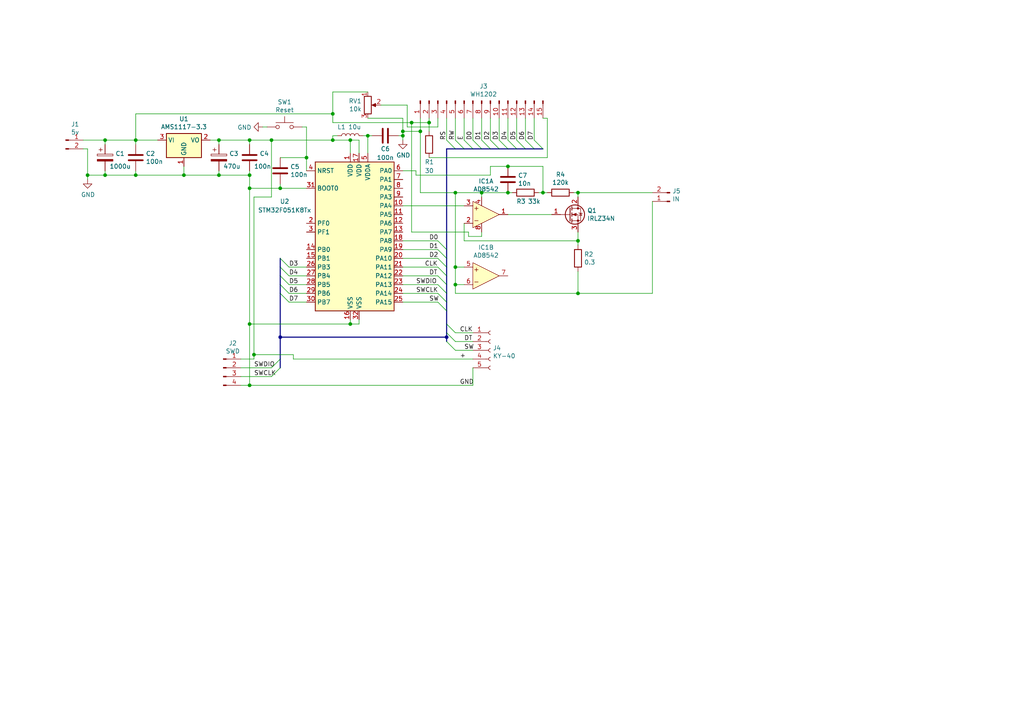
<source format=kicad_sch>
(kicad_sch (version 20230121) (generator eeschema)

  (uuid 702e04fd-66ff-4ce5-9bb6-195117a04a31)

  (paper "A4")

  (lib_symbols
    (symbol "Device:C" (pin_numbers hide) (pin_names (offset 0.254)) (in_bom yes) (on_board yes)
      (property "Reference" "C" (at 0.635 2.54 0)
        (effects (font (size 1.27 1.27)) (justify left))
      )
      (property "Value" "C" (at 0.635 -2.54 0)
        (effects (font (size 1.27 1.27)) (justify left))
      )
      (property "Footprint" "" (at 0.9652 -3.81 0)
        (effects (font (size 1.27 1.27)) hide)
      )
      (property "Datasheet" "~" (at 0 0 0)
        (effects (font (size 1.27 1.27)) hide)
      )
      (property "ki_keywords" "cap capacitor" (at 0 0 0)
        (effects (font (size 1.27 1.27)) hide)
      )
      (property "ki_description" "Unpolarized capacitor" (at 0 0 0)
        (effects (font (size 1.27 1.27)) hide)
      )
      (property "ki_fp_filters" "C_*" (at 0 0 0)
        (effects (font (size 1.27 1.27)) hide)
      )
      (symbol "C_0_1"
        (polyline
          (pts
            (xy -2.032 -0.762)
            (xy 2.032 -0.762)
          )
          (stroke (width 0.508) (type default))
          (fill (type none))
        )
        (polyline
          (pts
            (xy -2.032 0.762)
            (xy 2.032 0.762)
          )
          (stroke (width 0.508) (type default))
          (fill (type none))
        )
      )
      (symbol "C_1_1"
        (pin passive line (at 0 3.81 270) (length 2.794)
          (name "~" (effects (font (size 1.27 1.27))))
          (number "1" (effects (font (size 1.27 1.27))))
        )
        (pin passive line (at 0 -3.81 90) (length 2.794)
          (name "~" (effects (font (size 1.27 1.27))))
          (number "2" (effects (font (size 1.27 1.27))))
        )
      )
    )
    (symbol "Device:L" (pin_numbers hide) (pin_names (offset 1.016) hide) (in_bom yes) (on_board yes)
      (property "Reference" "L" (at -1.27 0 90)
        (effects (font (size 1.27 1.27)))
      )
      (property "Value" "L" (at 1.905 0 90)
        (effects (font (size 1.27 1.27)))
      )
      (property "Footprint" "" (at 0 0 0)
        (effects (font (size 1.27 1.27)) hide)
      )
      (property "Datasheet" "~" (at 0 0 0)
        (effects (font (size 1.27 1.27)) hide)
      )
      (property "ki_keywords" "inductor choke coil reactor magnetic" (at 0 0 0)
        (effects (font (size 1.27 1.27)) hide)
      )
      (property "ki_description" "Inductor" (at 0 0 0)
        (effects (font (size 1.27 1.27)) hide)
      )
      (property "ki_fp_filters" "Choke_* *Coil* Inductor_* L_*" (at 0 0 0)
        (effects (font (size 1.27 1.27)) hide)
      )
      (symbol "L_0_1"
        (arc (start 0 -2.54) (mid 0.6323 -1.905) (end 0 -1.27)
          (stroke (width 0) (type default))
          (fill (type none))
        )
        (arc (start 0 -1.27) (mid 0.6323 -0.635) (end 0 0)
          (stroke (width 0) (type default))
          (fill (type none))
        )
        (arc (start 0 0) (mid 0.6323 0.635) (end 0 1.27)
          (stroke (width 0) (type default))
          (fill (type none))
        )
        (arc (start 0 1.27) (mid 0.6323 1.905) (end 0 2.54)
          (stroke (width 0) (type default))
          (fill (type none))
        )
      )
      (symbol "L_1_1"
        (pin passive line (at 0 3.81 270) (length 1.27)
          (name "1" (effects (font (size 1.27 1.27))))
          (number "1" (effects (font (size 1.27 1.27))))
        )
        (pin passive line (at 0 -3.81 90) (length 1.27)
          (name "2" (effects (font (size 1.27 1.27))))
          (number "2" (effects (font (size 1.27 1.27))))
        )
      )
    )
    (symbol "Device:R" (pin_numbers hide) (pin_names (offset 0)) (in_bom yes) (on_board yes)
      (property "Reference" "R" (at 2.032 0 90)
        (effects (font (size 1.27 1.27)))
      )
      (property "Value" "R" (at 0 0 90)
        (effects (font (size 1.27 1.27)))
      )
      (property "Footprint" "" (at -1.778 0 90)
        (effects (font (size 1.27 1.27)) hide)
      )
      (property "Datasheet" "~" (at 0 0 0)
        (effects (font (size 1.27 1.27)) hide)
      )
      (property "ki_keywords" "R res resistor" (at 0 0 0)
        (effects (font (size 1.27 1.27)) hide)
      )
      (property "ki_description" "Resistor" (at 0 0 0)
        (effects (font (size 1.27 1.27)) hide)
      )
      (property "ki_fp_filters" "R_*" (at 0 0 0)
        (effects (font (size 1.27 1.27)) hide)
      )
      (symbol "R_0_1"
        (rectangle (start -1.016 -2.54) (end 1.016 2.54)
          (stroke (width 0.254) (type default))
          (fill (type none))
        )
      )
      (symbol "R_1_1"
        (pin passive line (at 0 3.81 270) (length 1.27)
          (name "~" (effects (font (size 1.27 1.27))))
          (number "1" (effects (font (size 1.27 1.27))))
        )
        (pin passive line (at 0 -3.81 90) (length 1.27)
          (name "~" (effects (font (size 1.27 1.27))))
          (number "2" (effects (font (size 1.27 1.27))))
        )
      )
    )
    (symbol "Regulator_Linear:AMS1117-3.3" (in_bom yes) (on_board yes)
      (property "Reference" "U" (at -3.81 3.175 0)
        (effects (font (size 1.27 1.27)))
      )
      (property "Value" "AMS1117-3.3" (at 0 3.175 0)
        (effects (font (size 1.27 1.27)) (justify left))
      )
      (property "Footprint" "Package_TO_SOT_SMD:SOT-223-3_TabPin2" (at 0 5.08 0)
        (effects (font (size 1.27 1.27)) hide)
      )
      (property "Datasheet" "http://www.advanced-monolithic.com/pdf/ds1117.pdf" (at 2.54 -6.35 0)
        (effects (font (size 1.27 1.27)) hide)
      )
      (property "ki_keywords" "linear regulator ldo fixed positive" (at 0 0 0)
        (effects (font (size 1.27 1.27)) hide)
      )
      (property "ki_description" "1A Low Dropout regulator, positive, 3.3V fixed output, SOT-223" (at 0 0 0)
        (effects (font (size 1.27 1.27)) hide)
      )
      (property "ki_fp_filters" "SOT?223*TabPin2*" (at 0 0 0)
        (effects (font (size 1.27 1.27)) hide)
      )
      (symbol "AMS1117-3.3_0_1"
        (rectangle (start -5.08 -5.08) (end 5.08 1.905)
          (stroke (width 0.254) (type default))
          (fill (type background))
        )
      )
      (symbol "AMS1117-3.3_1_1"
        (pin power_in line (at 0 -7.62 90) (length 2.54)
          (name "GND" (effects (font (size 1.27 1.27))))
          (number "1" (effects (font (size 1.27 1.27))))
        )
        (pin power_out line (at 7.62 0 180) (length 2.54)
          (name "VO" (effects (font (size 1.27 1.27))))
          (number "2" (effects (font (size 1.27 1.27))))
        )
        (pin power_in line (at -7.62 0 0) (length 2.54)
          (name "VI" (effects (font (size 1.27 1.27))))
          (number "3" (effects (font (size 1.27 1.27))))
        )
      )
    )
    (symbol "Switch:SW_Push" (pin_numbers hide) (pin_names (offset 1.016) hide) (in_bom yes) (on_board yes)
      (property "Reference" "SW" (at 1.27 2.54 0)
        (effects (font (size 1.27 1.27)) (justify left))
      )
      (property "Value" "SW_Push" (at 0 -1.524 0)
        (effects (font (size 1.27 1.27)))
      )
      (property "Footprint" "" (at 0 5.08 0)
        (effects (font (size 1.27 1.27)) hide)
      )
      (property "Datasheet" "~" (at 0 5.08 0)
        (effects (font (size 1.27 1.27)) hide)
      )
      (property "ki_keywords" "switch normally-open pushbutton push-button" (at 0 0 0)
        (effects (font (size 1.27 1.27)) hide)
      )
      (property "ki_description" "Push button switch, generic, two pins" (at 0 0 0)
        (effects (font (size 1.27 1.27)) hide)
      )
      (symbol "SW_Push_0_1"
        (circle (center -2.032 0) (radius 0.508)
          (stroke (width 0) (type default))
          (fill (type none))
        )
        (polyline
          (pts
            (xy 0 1.27)
            (xy 0 3.048)
          )
          (stroke (width 0) (type default))
          (fill (type none))
        )
        (polyline
          (pts
            (xy 2.54 1.27)
            (xy -2.54 1.27)
          )
          (stroke (width 0) (type default))
          (fill (type none))
        )
        (circle (center 2.032 0) (radius 0.508)
          (stroke (width 0) (type default))
          (fill (type none))
        )
        (pin passive line (at -5.08 0 0) (length 2.54)
          (name "1" (effects (font (size 1.27 1.27))))
          (number "1" (effects (font (size 1.27 1.27))))
        )
        (pin passive line (at 5.08 0 180) (length 2.54)
          (name "2" (effects (font (size 1.27 1.27))))
          (number "2" (effects (font (size 1.27 1.27))))
        )
      )
    )
    (symbol "Transistor_FET:IRLZ34N" (pin_names hide) (in_bom yes) (on_board yes)
      (property "Reference" "Q" (at 6.35 1.905 0)
        (effects (font (size 1.27 1.27)) (justify left))
      )
      (property "Value" "IRLZ34N" (at 6.35 0 0)
        (effects (font (size 1.27 1.27)) (justify left))
      )
      (property "Footprint" "Package_TO_SOT_THT:TO-220-3_Vertical" (at 6.35 -1.905 0)
        (effects (font (size 1.27 1.27) italic) (justify left) hide)
      )
      (property "Datasheet" "http://www.infineon.com/dgdl/irlz34npbf.pdf?fileId=5546d462533600a40153567206892720" (at 0 0 0)
        (effects (font (size 1.27 1.27)) (justify left) hide)
      )
      (property "ki_keywords" "N-Channel HEXFET MOSFET Logic-Level" (at 0 0 0)
        (effects (font (size 1.27 1.27)) hide)
      )
      (property "ki_description" "30A Id, 55V Vds, 35mOhm Rds, N-Channel HEXFET Power MOSFET, TO-220AB" (at 0 0 0)
        (effects (font (size 1.27 1.27)) hide)
      )
      (property "ki_fp_filters" "TO?220*" (at 0 0 0)
        (effects (font (size 1.27 1.27)) hide)
      )
      (symbol "IRLZ34N_0_1"
        (polyline
          (pts
            (xy 0.254 0)
            (xy -2.54 0)
          )
          (stroke (width 0) (type default))
          (fill (type none))
        )
        (polyline
          (pts
            (xy 0.254 1.905)
            (xy 0.254 -1.905)
          )
          (stroke (width 0.254) (type default))
          (fill (type none))
        )
        (polyline
          (pts
            (xy 0.762 -1.27)
            (xy 0.762 -2.286)
          )
          (stroke (width 0.254) (type default))
          (fill (type none))
        )
        (polyline
          (pts
            (xy 0.762 0.508)
            (xy 0.762 -0.508)
          )
          (stroke (width 0.254) (type default))
          (fill (type none))
        )
        (polyline
          (pts
            (xy 0.762 2.286)
            (xy 0.762 1.27)
          )
          (stroke (width 0.254) (type default))
          (fill (type none))
        )
        (polyline
          (pts
            (xy 2.54 2.54)
            (xy 2.54 1.778)
          )
          (stroke (width 0) (type default))
          (fill (type none))
        )
        (polyline
          (pts
            (xy 2.54 -2.54)
            (xy 2.54 0)
            (xy 0.762 0)
          )
          (stroke (width 0) (type default))
          (fill (type none))
        )
        (polyline
          (pts
            (xy 0.762 -1.778)
            (xy 3.302 -1.778)
            (xy 3.302 1.778)
            (xy 0.762 1.778)
          )
          (stroke (width 0) (type default))
          (fill (type none))
        )
        (polyline
          (pts
            (xy 1.016 0)
            (xy 2.032 0.381)
            (xy 2.032 -0.381)
            (xy 1.016 0)
          )
          (stroke (width 0) (type default))
          (fill (type outline))
        )
        (polyline
          (pts
            (xy 2.794 0.508)
            (xy 2.921 0.381)
            (xy 3.683 0.381)
            (xy 3.81 0.254)
          )
          (stroke (width 0) (type default))
          (fill (type none))
        )
        (polyline
          (pts
            (xy 3.302 0.381)
            (xy 2.921 -0.254)
            (xy 3.683 -0.254)
            (xy 3.302 0.381)
          )
          (stroke (width 0) (type default))
          (fill (type none))
        )
        (circle (center 1.651 0) (radius 2.794)
          (stroke (width 0.254) (type default))
          (fill (type none))
        )
        (circle (center 2.54 -1.778) (radius 0.254)
          (stroke (width 0) (type default))
          (fill (type outline))
        )
        (circle (center 2.54 1.778) (radius 0.254)
          (stroke (width 0) (type default))
          (fill (type outline))
        )
      )
      (symbol "IRLZ34N_1_1"
        (pin input line (at -5.08 0 0) (length 2.54)
          (name "G" (effects (font (size 1.27 1.27))))
          (number "1" (effects (font (size 1.27 1.27))))
        )
        (pin passive line (at 2.54 5.08 270) (length 2.54)
          (name "D" (effects (font (size 1.27 1.27))))
          (number "2" (effects (font (size 1.27 1.27))))
        )
        (pin passive line (at 2.54 -5.08 90) (length 2.54)
          (name "S" (effects (font (size 1.27 1.27))))
          (number "3" (effects (font (size 1.27 1.27))))
        )
      )
    )
    (symbol "load-rescue:AD8542-ad8542" (pin_names (offset 1.016) hide) (in_bom yes) (on_board yes)
      (property "Reference" "IC" (at 0 7.62 0)
        (effects (font (size 1.27 1.27)) (justify left))
      )
      (property "Value" "ad8542_AD8542" (at 0 -7.62 0)
        (effects (font (size 1.27 1.27)) (justify left))
      )
      (property "Footprint" "agg:MSOP-8" (at 0 -10.16 0)
        (effects (font (size 1.27 1.27)) (justify left) hide)
      )
      (property "Datasheet" "" (at 0 7.62 0)
        (effects (font (size 1.27 1.27)) hide)
      )
      (property "Farnell" "2305609" (at 0 -12.7 0)
        (effects (font (size 1.27 1.27)) (justify left) hide)
      )
      (symbol "AD8542-ad8542_0_1"
        (polyline
          (pts
            (xy 3.048 -1.778)
            (xy 4.064 -1.778)
          )
          (stroke (width 0) (type solid))
          (fill (type none))
        )
        (polyline
          (pts
            (xy 3.048 1.778)
            (xy 4.064 1.778)
          )
          (stroke (width 0) (type solid))
          (fill (type none))
        )
        (polyline
          (pts
            (xy 3.556 -1.27)
            (xy 3.556 -2.286)
          )
          (stroke (width 0) (type solid))
          (fill (type none))
        )
        (polyline
          (pts
            (xy 2.54 3.81)
            (xy 2.54 -3.81)
            (xy 10.16 0)
            (xy 2.54 3.81)
          )
          (stroke (width 0) (type solid))
          (fill (type background))
        )
      )
      (symbol "AD8542-ad8542_1_1"
        (pin output line (at 12.7 0 180) (length 2.54)
          (name "OUTA" (effects (font (size 1.27 1.27))))
          (number "1" (effects (font (size 1.27 1.27))))
        )
        (pin input line (at 0 2.54 0) (length 2.54)
          (name "-A" (effects (font (size 1.27 1.27))))
          (number "2" (effects (font (size 1.27 1.27))))
        )
        (pin input line (at 0 -2.54 0) (length 2.54)
          (name "+A" (effects (font (size 1.27 1.27))))
          (number "3" (effects (font (size 1.27 1.27))))
        )
        (pin power_in line (at 5.08 -5.08 90) (length 2.54)
          (name "V-" (effects (font (size 1.27 1.27))))
          (number "4" (effects (font (size 1.27 1.27))))
        )
        (pin power_in line (at 5.08 5.08 270) (length 2.54)
          (name "V+" (effects (font (size 1.27 1.27))))
          (number "8" (effects (font (size 1.27 1.27))))
        )
      )
      (symbol "AD8542-ad8542_2_1"
        (pin input line (at 0 -2.54 0) (length 2.54)
          (name "+B" (effects (font (size 1.27 1.27))))
          (number "5" (effects (font (size 1.27 1.27))))
        )
        (pin input line (at 0 2.54 0) (length 2.54)
          (name "-B" (effects (font (size 1.27 1.27))))
          (number "6" (effects (font (size 1.27 1.27))))
        )
        (pin output line (at 12.7 0 180) (length 2.54)
          (name "OUTB" (effects (font (size 1.27 1.27))))
          (number "7" (effects (font (size 1.27 1.27))))
        )
      )
    )
    (symbol "load-rescue:CP-Device" (pin_numbers hide) (pin_names (offset 0.254)) (in_bom yes) (on_board yes)
      (property "Reference" "C" (at 0.635 2.54 0)
        (effects (font (size 1.27 1.27)) (justify left))
      )
      (property "Value" "Device_CP" (at 0.635 -2.54 0)
        (effects (font (size 1.27 1.27)) (justify left))
      )
      (property "Footprint" "" (at 0.9652 -3.81 0)
        (effects (font (size 1.27 1.27)) hide)
      )
      (property "Datasheet" "" (at 0 0 0)
        (effects (font (size 1.27 1.27)) hide)
      )
      (property "ki_fp_filters" "CP_*" (at 0 0 0)
        (effects (font (size 1.27 1.27)) hide)
      )
      (symbol "CP-Device_0_1"
        (rectangle (start -2.286 0.508) (end 2.286 1.016)
          (stroke (width 0) (type solid))
          (fill (type none))
        )
        (polyline
          (pts
            (xy -1.778 2.286)
            (xy -0.762 2.286)
          )
          (stroke (width 0) (type solid))
          (fill (type none))
        )
        (polyline
          (pts
            (xy -1.27 2.794)
            (xy -1.27 1.778)
          )
          (stroke (width 0) (type solid))
          (fill (type none))
        )
        (rectangle (start 2.286 -0.508) (end -2.286 -1.016)
          (stroke (width 0) (type solid))
          (fill (type outline))
        )
      )
      (symbol "CP-Device_1_1"
        (pin passive line (at 0 3.81 270) (length 2.794)
          (name "~" (effects (font (size 1.27 1.27))))
          (number "1" (effects (font (size 1.27 1.27))))
        )
        (pin passive line (at 0 -3.81 90) (length 2.794)
          (name "~" (effects (font (size 1.27 1.27))))
          (number "2" (effects (font (size 1.27 1.27))))
        )
      )
    )
    (symbol "load-rescue:Conn_01x02_Male-Connector" (pin_names (offset 1.016) hide) (in_bom yes) (on_board yes)
      (property "Reference" "J" (at 0 2.54 0)
        (effects (font (size 1.27 1.27)))
      )
      (property "Value" "Connector_Conn_01x02_Male" (at 0 -5.08 0)
        (effects (font (size 1.27 1.27)))
      )
      (property "Footprint" "" (at 0 0 0)
        (effects (font (size 1.27 1.27)) hide)
      )
      (property "Datasheet" "" (at 0 0 0)
        (effects (font (size 1.27 1.27)) hide)
      )
      (property "ki_fp_filters" "Connector*:*_1x??_*" (at 0 0 0)
        (effects (font (size 1.27 1.27)) hide)
      )
      (symbol "Conn_01x02_Male-Connector_1_1"
        (polyline
          (pts
            (xy 1.27 -2.54)
            (xy 0.8636 -2.54)
          )
          (stroke (width 0.1524) (type solid))
          (fill (type none))
        )
        (polyline
          (pts
            (xy 1.27 0)
            (xy 0.8636 0)
          )
          (stroke (width 0.1524) (type solid))
          (fill (type none))
        )
        (rectangle (start 0.8636 -2.413) (end 0 -2.667)
          (stroke (width 0.1524) (type solid))
          (fill (type outline))
        )
        (rectangle (start 0.8636 0.127) (end 0 -0.127)
          (stroke (width 0.1524) (type solid))
          (fill (type outline))
        )
        (pin passive line (at 5.08 0 180) (length 3.81)
          (name "Pin_1" (effects (font (size 1.27 1.27))))
          (number "1" (effects (font (size 1.27 1.27))))
        )
        (pin passive line (at 5.08 -2.54 180) (length 3.81)
          (name "Pin_2" (effects (font (size 1.27 1.27))))
          (number "2" (effects (font (size 1.27 1.27))))
        )
      )
    )
    (symbol "load-rescue:Conn_01x04_Male-Connector" (pin_names (offset 1.016) hide) (in_bom yes) (on_board yes)
      (property "Reference" "J" (at 0 5.08 0)
        (effects (font (size 1.27 1.27)))
      )
      (property "Value" "Connector_Conn_01x04_Male" (at 0 -7.62 0)
        (effects (font (size 1.27 1.27)))
      )
      (property "Footprint" "" (at 0 0 0)
        (effects (font (size 1.27 1.27)) hide)
      )
      (property "Datasheet" "" (at 0 0 0)
        (effects (font (size 1.27 1.27)) hide)
      )
      (property "ki_fp_filters" "Connector*:*_1x??_*" (at 0 0 0)
        (effects (font (size 1.27 1.27)) hide)
      )
      (symbol "Conn_01x04_Male-Connector_1_1"
        (polyline
          (pts
            (xy 1.27 -5.08)
            (xy 0.8636 -5.08)
          )
          (stroke (width 0.1524) (type solid))
          (fill (type none))
        )
        (polyline
          (pts
            (xy 1.27 -2.54)
            (xy 0.8636 -2.54)
          )
          (stroke (width 0.1524) (type solid))
          (fill (type none))
        )
        (polyline
          (pts
            (xy 1.27 0)
            (xy 0.8636 0)
          )
          (stroke (width 0.1524) (type solid))
          (fill (type none))
        )
        (polyline
          (pts
            (xy 1.27 2.54)
            (xy 0.8636 2.54)
          )
          (stroke (width 0.1524) (type solid))
          (fill (type none))
        )
        (rectangle (start 0.8636 -4.953) (end 0 -5.207)
          (stroke (width 0.1524) (type solid))
          (fill (type outline))
        )
        (rectangle (start 0.8636 -2.413) (end 0 -2.667)
          (stroke (width 0.1524) (type solid))
          (fill (type outline))
        )
        (rectangle (start 0.8636 0.127) (end 0 -0.127)
          (stroke (width 0.1524) (type solid))
          (fill (type outline))
        )
        (rectangle (start 0.8636 2.667) (end 0 2.413)
          (stroke (width 0.1524) (type solid))
          (fill (type outline))
        )
        (pin passive line (at 5.08 2.54 180) (length 3.81)
          (name "Pin_1" (effects (font (size 1.27 1.27))))
          (number "1" (effects (font (size 1.27 1.27))))
        )
        (pin passive line (at 5.08 0 180) (length 3.81)
          (name "Pin_2" (effects (font (size 1.27 1.27))))
          (number "2" (effects (font (size 1.27 1.27))))
        )
        (pin passive line (at 5.08 -2.54 180) (length 3.81)
          (name "Pin_3" (effects (font (size 1.27 1.27))))
          (number "3" (effects (font (size 1.27 1.27))))
        )
        (pin passive line (at 5.08 -5.08 180) (length 3.81)
          (name "Pin_4" (effects (font (size 1.27 1.27))))
          (number "4" (effects (font (size 1.27 1.27))))
        )
      )
    )
    (symbol "load-rescue:Conn_01x05_Female-Connector" (pin_names (offset 1.016) hide) (in_bom yes) (on_board yes)
      (property "Reference" "J" (at 0 7.62 0)
        (effects (font (size 1.27 1.27)))
      )
      (property "Value" "Connector_Conn_01x05_Female" (at 0 -7.62 0)
        (effects (font (size 1.27 1.27)))
      )
      (property "Footprint" "" (at 0 0 0)
        (effects (font (size 1.27 1.27)) hide)
      )
      (property "Datasheet" "" (at 0 0 0)
        (effects (font (size 1.27 1.27)) hide)
      )
      (property "ki_fp_filters" "Connector*:*_1x??_*" (at 0 0 0)
        (effects (font (size 1.27 1.27)) hide)
      )
      (symbol "Conn_01x05_Female-Connector_1_1"
        (arc (start 0 -4.572) (mid -0.5058 -5.08) (end 0 -5.588)
          (stroke (width 0.1524) (type solid))
          (fill (type none))
        )
        (arc (start 0 -2.032) (mid -0.5058 -2.54) (end 0 -3.048)
          (stroke (width 0.1524) (type solid))
          (fill (type none))
        )
        (polyline
          (pts
            (xy -1.27 -5.08)
            (xy -0.508 -5.08)
          )
          (stroke (width 0.1524) (type solid))
          (fill (type none))
        )
        (polyline
          (pts
            (xy -1.27 -2.54)
            (xy -0.508 -2.54)
          )
          (stroke (width 0.1524) (type solid))
          (fill (type none))
        )
        (polyline
          (pts
            (xy -1.27 0)
            (xy -0.508 0)
          )
          (stroke (width 0.1524) (type solid))
          (fill (type none))
        )
        (polyline
          (pts
            (xy -1.27 2.54)
            (xy -0.508 2.54)
          )
          (stroke (width 0.1524) (type solid))
          (fill (type none))
        )
        (polyline
          (pts
            (xy -1.27 5.08)
            (xy -0.508 5.08)
          )
          (stroke (width 0.1524) (type solid))
          (fill (type none))
        )
        (arc (start 0 0.508) (mid -0.5058 0) (end 0 -0.508)
          (stroke (width 0.1524) (type solid))
          (fill (type none))
        )
        (arc (start 0 3.048) (mid -0.5058 2.54) (end 0 2.032)
          (stroke (width 0.1524) (type solid))
          (fill (type none))
        )
        (arc (start 0 5.588) (mid -0.5058 5.08) (end 0 4.572)
          (stroke (width 0.1524) (type solid))
          (fill (type none))
        )
        (pin passive line (at -5.08 5.08 0) (length 3.81)
          (name "Pin_1" (effects (font (size 1.27 1.27))))
          (number "1" (effects (font (size 1.27 1.27))))
        )
        (pin passive line (at -5.08 2.54 0) (length 3.81)
          (name "Pin_2" (effects (font (size 1.27 1.27))))
          (number "2" (effects (font (size 1.27 1.27))))
        )
        (pin passive line (at -5.08 0 0) (length 3.81)
          (name "Pin_3" (effects (font (size 1.27 1.27))))
          (number "3" (effects (font (size 1.27 1.27))))
        )
        (pin passive line (at -5.08 -2.54 0) (length 3.81)
          (name "Pin_4" (effects (font (size 1.27 1.27))))
          (number "4" (effects (font (size 1.27 1.27))))
        )
        (pin passive line (at -5.08 -5.08 0) (length 3.81)
          (name "Pin_5" (effects (font (size 1.27 1.27))))
          (number "5" (effects (font (size 1.27 1.27))))
        )
      )
    )
    (symbol "load-rescue:Conn_01x15_Male-Connector" (pin_names (offset 1.016) hide) (in_bom yes) (on_board yes)
      (property "Reference" "J" (at 0 20.32 0)
        (effects (font (size 1.27 1.27)))
      )
      (property "Value" "Connector_Conn_01x15_Male" (at 0 -20.32 0)
        (effects (font (size 1.27 1.27)))
      )
      (property "Footprint" "" (at 0 0 0)
        (effects (font (size 1.27 1.27)) hide)
      )
      (property "Datasheet" "" (at 0 0 0)
        (effects (font (size 1.27 1.27)) hide)
      )
      (property "ki_fp_filters" "Connector*:*_1x??_*" (at 0 0 0)
        (effects (font (size 1.27 1.27)) hide)
      )
      (symbol "Conn_01x15_Male-Connector_1_1"
        (polyline
          (pts
            (xy 1.27 -17.78)
            (xy 0.8636 -17.78)
          )
          (stroke (width 0.1524) (type solid))
          (fill (type none))
        )
        (polyline
          (pts
            (xy 1.27 -15.24)
            (xy 0.8636 -15.24)
          )
          (stroke (width 0.1524) (type solid))
          (fill (type none))
        )
        (polyline
          (pts
            (xy 1.27 -12.7)
            (xy 0.8636 -12.7)
          )
          (stroke (width 0.1524) (type solid))
          (fill (type none))
        )
        (polyline
          (pts
            (xy 1.27 -10.16)
            (xy 0.8636 -10.16)
          )
          (stroke (width 0.1524) (type solid))
          (fill (type none))
        )
        (polyline
          (pts
            (xy 1.27 -7.62)
            (xy 0.8636 -7.62)
          )
          (stroke (width 0.1524) (type solid))
          (fill (type none))
        )
        (polyline
          (pts
            (xy 1.27 -5.08)
            (xy 0.8636 -5.08)
          )
          (stroke (width 0.1524) (type solid))
          (fill (type none))
        )
        (polyline
          (pts
            (xy 1.27 -2.54)
            (xy 0.8636 -2.54)
          )
          (stroke (width 0.1524) (type solid))
          (fill (type none))
        )
        (polyline
          (pts
            (xy 1.27 0)
            (xy 0.8636 0)
          )
          (stroke (width 0.1524) (type solid))
          (fill (type none))
        )
        (polyline
          (pts
            (xy 1.27 2.54)
            (xy 0.8636 2.54)
          )
          (stroke (width 0.1524) (type solid))
          (fill (type none))
        )
        (polyline
          (pts
            (xy 1.27 5.08)
            (xy 0.8636 5.08)
          )
          (stroke (width 0.1524) (type solid))
          (fill (type none))
        )
        (polyline
          (pts
            (xy 1.27 7.62)
            (xy 0.8636 7.62)
          )
          (stroke (width 0.1524) (type solid))
          (fill (type none))
        )
        (polyline
          (pts
            (xy 1.27 10.16)
            (xy 0.8636 10.16)
          )
          (stroke (width 0.1524) (type solid))
          (fill (type none))
        )
        (polyline
          (pts
            (xy 1.27 12.7)
            (xy 0.8636 12.7)
          )
          (stroke (width 0.1524) (type solid))
          (fill (type none))
        )
        (polyline
          (pts
            (xy 1.27 15.24)
            (xy 0.8636 15.24)
          )
          (stroke (width 0.1524) (type solid))
          (fill (type none))
        )
        (polyline
          (pts
            (xy 1.27 17.78)
            (xy 0.8636 17.78)
          )
          (stroke (width 0.1524) (type solid))
          (fill (type none))
        )
        (rectangle (start 0.8636 -17.653) (end 0 -17.907)
          (stroke (width 0.1524) (type solid))
          (fill (type outline))
        )
        (rectangle (start 0.8636 -15.113) (end 0 -15.367)
          (stroke (width 0.1524) (type solid))
          (fill (type outline))
        )
        (rectangle (start 0.8636 -12.573) (end 0 -12.827)
          (stroke (width 0.1524) (type solid))
          (fill (type outline))
        )
        (rectangle (start 0.8636 -10.033) (end 0 -10.287)
          (stroke (width 0.1524) (type solid))
          (fill (type outline))
        )
        (rectangle (start 0.8636 -7.493) (end 0 -7.747)
          (stroke (width 0.1524) (type solid))
          (fill (type outline))
        )
        (rectangle (start 0.8636 -4.953) (end 0 -5.207)
          (stroke (width 0.1524) (type solid))
          (fill (type outline))
        )
        (rectangle (start 0.8636 -2.413) (end 0 -2.667)
          (stroke (width 0.1524) (type solid))
          (fill (type outline))
        )
        (rectangle (start 0.8636 0.127) (end 0 -0.127)
          (stroke (width 0.1524) (type solid))
          (fill (type outline))
        )
        (rectangle (start 0.8636 2.667) (end 0 2.413)
          (stroke (width 0.1524) (type solid))
          (fill (type outline))
        )
        (rectangle (start 0.8636 5.207) (end 0 4.953)
          (stroke (width 0.1524) (type solid))
          (fill (type outline))
        )
        (rectangle (start 0.8636 7.747) (end 0 7.493)
          (stroke (width 0.1524) (type solid))
          (fill (type outline))
        )
        (rectangle (start 0.8636 10.287) (end 0 10.033)
          (stroke (width 0.1524) (type solid))
          (fill (type outline))
        )
        (rectangle (start 0.8636 12.827) (end 0 12.573)
          (stroke (width 0.1524) (type solid))
          (fill (type outline))
        )
        (rectangle (start 0.8636 15.367) (end 0 15.113)
          (stroke (width 0.1524) (type solid))
          (fill (type outline))
        )
        (rectangle (start 0.8636 17.907) (end 0 17.653)
          (stroke (width 0.1524) (type solid))
          (fill (type outline))
        )
        (pin passive line (at 5.08 17.78 180) (length 3.81)
          (name "Pin_1" (effects (font (size 1.27 1.27))))
          (number "1" (effects (font (size 1.27 1.27))))
        )
        (pin passive line (at 5.08 -5.08 180) (length 3.81)
          (name "Pin_10" (effects (font (size 1.27 1.27))))
          (number "10" (effects (font (size 1.27 1.27))))
        )
        (pin passive line (at 5.08 -7.62 180) (length 3.81)
          (name "Pin_11" (effects (font (size 1.27 1.27))))
          (number "11" (effects (font (size 1.27 1.27))))
        )
        (pin passive line (at 5.08 -10.16 180) (length 3.81)
          (name "Pin_12" (effects (font (size 1.27 1.27))))
          (number "12" (effects (font (size 1.27 1.27))))
        )
        (pin passive line (at 5.08 -12.7 180) (length 3.81)
          (name "Pin_13" (effects (font (size 1.27 1.27))))
          (number "13" (effects (font (size 1.27 1.27))))
        )
        (pin passive line (at 5.08 -15.24 180) (length 3.81)
          (name "Pin_14" (effects (font (size 1.27 1.27))))
          (number "14" (effects (font (size 1.27 1.27))))
        )
        (pin passive line (at 5.08 -17.78 180) (length 3.81)
          (name "Pin_15" (effects (font (size 1.27 1.27))))
          (number "15" (effects (font (size 1.27 1.27))))
        )
        (pin passive line (at 5.08 15.24 180) (length 3.81)
          (name "Pin_2" (effects (font (size 1.27 1.27))))
          (number "2" (effects (font (size 1.27 1.27))))
        )
        (pin passive line (at 5.08 12.7 180) (length 3.81)
          (name "Pin_3" (effects (font (size 1.27 1.27))))
          (number "3" (effects (font (size 1.27 1.27))))
        )
        (pin passive line (at 5.08 10.16 180) (length 3.81)
          (name "Pin_4" (effects (font (size 1.27 1.27))))
          (number "4" (effects (font (size 1.27 1.27))))
        )
        (pin passive line (at 5.08 7.62 180) (length 3.81)
          (name "Pin_5" (effects (font (size 1.27 1.27))))
          (number "5" (effects (font (size 1.27 1.27))))
        )
        (pin passive line (at 5.08 5.08 180) (length 3.81)
          (name "Pin_6" (effects (font (size 1.27 1.27))))
          (number "6" (effects (font (size 1.27 1.27))))
        )
        (pin passive line (at 5.08 2.54 180) (length 3.81)
          (name "Pin_7" (effects (font (size 1.27 1.27))))
          (number "7" (effects (font (size 1.27 1.27))))
        )
        (pin passive line (at 5.08 0 180) (length 3.81)
          (name "Pin_8" (effects (font (size 1.27 1.27))))
          (number "8" (effects (font (size 1.27 1.27))))
        )
        (pin passive line (at 5.08 -2.54 180) (length 3.81)
          (name "Pin_9" (effects (font (size 1.27 1.27))))
          (number "9" (effects (font (size 1.27 1.27))))
        )
      )
    )
    (symbol "load-rescue:R_POT-Device" (pin_names (offset 1.016) hide) (in_bom yes) (on_board yes)
      (property "Reference" "RV" (at -4.445 0 90)
        (effects (font (size 1.27 1.27)))
      )
      (property "Value" "Device_R_POT" (at -2.54 0 90)
        (effects (font (size 1.27 1.27)))
      )
      (property "Footprint" "" (at 0 0 0)
        (effects (font (size 1.27 1.27)) hide)
      )
      (property "Datasheet" "" (at 0 0 0)
        (effects (font (size 1.27 1.27)) hide)
      )
      (property "ki_fp_filters" "Potentiometer*" (at 0 0 0)
        (effects (font (size 1.27 1.27)) hide)
      )
      (symbol "R_POT-Device_0_1"
        (polyline
          (pts
            (xy 2.54 0)
            (xy 1.524 0)
          )
          (stroke (width 0) (type solid))
          (fill (type none))
        )
        (polyline
          (pts
            (xy 1.143 0)
            (xy 2.286 0.508)
            (xy 2.286 -0.508)
            (xy 1.143 0)
          )
          (stroke (width 0) (type solid))
          (fill (type outline))
        )
        (rectangle (start 1.016 2.54) (end -1.016 -2.54)
          (stroke (width 0.254) (type solid))
          (fill (type none))
        )
      )
      (symbol "R_POT-Device_1_1"
        (pin passive line (at 0 3.81 270) (length 1.27)
          (name "1" (effects (font (size 1.27 1.27))))
          (number "1" (effects (font (size 1.27 1.27))))
        )
        (pin passive line (at 3.81 0 180) (length 1.27)
          (name "2" (effects (font (size 1.27 1.27))))
          (number "2" (effects (font (size 1.27 1.27))))
        )
        (pin passive line (at 0 -3.81 90) (length 1.27)
          (name "3" (effects (font (size 1.27 1.27))))
          (number "3" (effects (font (size 1.27 1.27))))
        )
      )
    )
    (symbol "load-rescue:STM32F051K8Tx-MCU_ST_STM32F0" (in_bom yes) (on_board yes)
      (property "Reference" "U" (at -12.7 21.59 0)
        (effects (font (size 1.27 1.27)) (justify left))
      )
      (property "Value" "MCU_ST_STM32F0_STM32F051K8Tx" (at 5.08 21.59 0)
        (effects (font (size 1.27 1.27)) (justify left))
      )
      (property "Footprint" "Package_QFP:LQFP-32_7x7mm_P0.8mm" (at -12.7 -22.86 0)
        (effects (font (size 1.27 1.27)) (justify right) hide)
      )
      (property "Datasheet" "" (at 0 0 0)
        (effects (font (size 1.27 1.27)) hide)
      )
      (property "ki_fp_filters" "LQFP*7x7mm*P0.8mm*" (at 0 0 0)
        (effects (font (size 1.27 1.27)) hide)
      )
      (symbol "STM32F051K8Tx-MCU_ST_STM32F0_0_1"
        (rectangle (start -12.7 -22.86) (end 10.16 20.32)
          (stroke (width 0.254) (type solid))
          (fill (type background))
        )
      )
      (symbol "STM32F051K8Tx-MCU_ST_STM32F0_1_1"
        (pin power_in line (at -2.54 22.86 270) (length 2.54)
          (name "VDD" (effects (font (size 1.27 1.27))))
          (number "1" (effects (font (size 1.27 1.27))))
        )
        (pin bidirectional line (at 12.7 7.62 180) (length 2.54)
          (name "PA4" (effects (font (size 1.27 1.27))))
          (number "10" (effects (font (size 1.27 1.27))))
        )
        (pin bidirectional line (at 12.7 5.08 180) (length 2.54)
          (name "PA5" (effects (font (size 1.27 1.27))))
          (number "11" (effects (font (size 1.27 1.27))))
        )
        (pin bidirectional line (at 12.7 2.54 180) (length 2.54)
          (name "PA6" (effects (font (size 1.27 1.27))))
          (number "12" (effects (font (size 1.27 1.27))))
        )
        (pin bidirectional line (at 12.7 0 180) (length 2.54)
          (name "PA7" (effects (font (size 1.27 1.27))))
          (number "13" (effects (font (size 1.27 1.27))))
        )
        (pin bidirectional line (at -15.24 -5.08 0) (length 2.54)
          (name "PB0" (effects (font (size 1.27 1.27))))
          (number "14" (effects (font (size 1.27 1.27))))
        )
        (pin bidirectional line (at -15.24 -7.62 0) (length 2.54)
          (name "PB1" (effects (font (size 1.27 1.27))))
          (number "15" (effects (font (size 1.27 1.27))))
        )
        (pin power_in line (at -2.54 -25.4 90) (length 2.54)
          (name "VSS" (effects (font (size 1.27 1.27))))
          (number "16" (effects (font (size 1.27 1.27))))
        )
        (pin power_in line (at 0 22.86 270) (length 2.54)
          (name "VDD" (effects (font (size 1.27 1.27))))
          (number "17" (effects (font (size 1.27 1.27))))
        )
        (pin bidirectional line (at 12.7 -2.54 180) (length 2.54)
          (name "PA8" (effects (font (size 1.27 1.27))))
          (number "18" (effects (font (size 1.27 1.27))))
        )
        (pin bidirectional line (at 12.7 -5.08 180) (length 2.54)
          (name "PA9" (effects (font (size 1.27 1.27))))
          (number "19" (effects (font (size 1.27 1.27))))
        )
        (pin input line (at -15.24 2.54 0) (length 2.54)
          (name "PF0" (effects (font (size 1.27 1.27))))
          (number "2" (effects (font (size 1.27 1.27))))
        )
        (pin bidirectional line (at 12.7 -7.62 180) (length 2.54)
          (name "PA10" (effects (font (size 1.27 1.27))))
          (number "20" (effects (font (size 1.27 1.27))))
        )
        (pin bidirectional line (at 12.7 -10.16 180) (length 2.54)
          (name "PA11" (effects (font (size 1.27 1.27))))
          (number "21" (effects (font (size 1.27 1.27))))
        )
        (pin bidirectional line (at 12.7 -12.7 180) (length 2.54)
          (name "PA12" (effects (font (size 1.27 1.27))))
          (number "22" (effects (font (size 1.27 1.27))))
        )
        (pin bidirectional line (at 12.7 -15.24 180) (length 2.54)
          (name "PA13" (effects (font (size 1.27 1.27))))
          (number "23" (effects (font (size 1.27 1.27))))
        )
        (pin bidirectional line (at 12.7 -17.78 180) (length 2.54)
          (name "PA14" (effects (font (size 1.27 1.27))))
          (number "24" (effects (font (size 1.27 1.27))))
        )
        (pin bidirectional line (at 12.7 -20.32 180) (length 2.54)
          (name "PA15" (effects (font (size 1.27 1.27))))
          (number "25" (effects (font (size 1.27 1.27))))
        )
        (pin bidirectional line (at -15.24 -10.16 0) (length 2.54)
          (name "PB3" (effects (font (size 1.27 1.27))))
          (number "26" (effects (font (size 1.27 1.27))))
        )
        (pin bidirectional line (at -15.24 -12.7 0) (length 2.54)
          (name "PB4" (effects (font (size 1.27 1.27))))
          (number "27" (effects (font (size 1.27 1.27))))
        )
        (pin bidirectional line (at -15.24 -15.24 0) (length 2.54)
          (name "PB5" (effects (font (size 1.27 1.27))))
          (number "28" (effects (font (size 1.27 1.27))))
        )
        (pin bidirectional line (at -15.24 -17.78 0) (length 2.54)
          (name "PB6" (effects (font (size 1.27 1.27))))
          (number "29" (effects (font (size 1.27 1.27))))
        )
        (pin input line (at -15.24 0 0) (length 2.54)
          (name "PF1" (effects (font (size 1.27 1.27))))
          (number "3" (effects (font (size 1.27 1.27))))
        )
        (pin bidirectional line (at -15.24 -20.32 0) (length 2.54)
          (name "PB7" (effects (font (size 1.27 1.27))))
          (number "30" (effects (font (size 1.27 1.27))))
        )
        (pin input line (at -15.24 12.7 0) (length 2.54)
          (name "BOOT0" (effects (font (size 1.27 1.27))))
          (number "31" (effects (font (size 1.27 1.27))))
        )
        (pin power_in line (at 0 -25.4 90) (length 2.54)
          (name "VSS" (effects (font (size 1.27 1.27))))
          (number "32" (effects (font (size 1.27 1.27))))
        )
        (pin input line (at -15.24 17.78 0) (length 2.54)
          (name "NRST" (effects (font (size 1.27 1.27))))
          (number "4" (effects (font (size 1.27 1.27))))
        )
        (pin power_in line (at 2.54 22.86 270) (length 2.54)
          (name "VDDA" (effects (font (size 1.27 1.27))))
          (number "5" (effects (font (size 1.27 1.27))))
        )
        (pin bidirectional line (at 12.7 17.78 180) (length 2.54)
          (name "PA0" (effects (font (size 1.27 1.27))))
          (number "6" (effects (font (size 1.27 1.27))))
        )
        (pin bidirectional line (at 12.7 15.24 180) (length 2.54)
          (name "PA1" (effects (font (size 1.27 1.27))))
          (number "7" (effects (font (size 1.27 1.27))))
        )
        (pin bidirectional line (at 12.7 12.7 180) (length 2.54)
          (name "PA2" (effects (font (size 1.27 1.27))))
          (number "8" (effects (font (size 1.27 1.27))))
        )
        (pin bidirectional line (at 12.7 10.16 180) (length 2.54)
          (name "PA3" (effects (font (size 1.27 1.27))))
          (number "9" (effects (font (size 1.27 1.27))))
        )
      )
    )
    (symbol "power:GND" (power) (pin_names (offset 0)) (in_bom yes) (on_board yes)
      (property "Reference" "#PWR" (at 0 -6.35 0)
        (effects (font (size 1.27 1.27)) hide)
      )
      (property "Value" "GND" (at 0 -3.81 0)
        (effects (font (size 1.27 1.27)))
      )
      (property "Footprint" "" (at 0 0 0)
        (effects (font (size 1.27 1.27)) hide)
      )
      (property "Datasheet" "" (at 0 0 0)
        (effects (font (size 1.27 1.27)) hide)
      )
      (property "ki_keywords" "global power" (at 0 0 0)
        (effects (font (size 1.27 1.27)) hide)
      )
      (property "ki_description" "Power symbol creates a global label with name \"GND\" , ground" (at 0 0 0)
        (effects (font (size 1.27 1.27)) hide)
      )
      (symbol "GND_0_1"
        (polyline
          (pts
            (xy 0 0)
            (xy 0 -1.27)
            (xy 1.27 -1.27)
            (xy 0 -2.54)
            (xy -1.27 -1.27)
            (xy 0 -1.27)
          )
          (stroke (width 0) (type default))
          (fill (type none))
        )
      )
      (symbol "GND_1_1"
        (pin power_in line (at 0 0 270) (length 0) hide
          (name "GND" (effects (font (size 1.27 1.27))))
          (number "1" (effects (font (size 1.27 1.27))))
        )
      )
    )
  )

  (junction (at 106.68 39.37) (diameter 0) (color 0 0 0 0)
    (uuid 04a281e9-0607-4ad6-87fa-23d9bd719d17)
  )
  (junction (at 63.5 40.64) (diameter 0) (color 0 0 0 0)
    (uuid 0a19bfd9-95b2-44f9-81d7-fa22832a606c)
  )
  (junction (at 39.37 40.64) (diameter 0) (color 0 0 0 0)
    (uuid 0aa69f43-3562-4c08-9ac4-8e79ed42d3f5)
  )
  (junction (at 39.37 50.8) (diameter 0) (color 0 0 0 0)
    (uuid 0b2502e8-135a-4b1b-9e32-dc862aab3da6)
  )
  (junction (at 119.38 35.56) (diameter 0) (color 0 0 0 0)
    (uuid 18be3332-df59-4419-ad46-e13c8220623b)
  )
  (junction (at 72.39 54.61) (diameter 0) (color 0 0 0 0)
    (uuid 218ccd44-0e89-48d0-b8af-90f7d99846ca)
  )
  (junction (at 81.28 97.79) (diameter 0) (color 0 0 0 0)
    (uuid 3b982ca9-a076-49c5-a6a1-16931a9a8ed2)
  )
  (junction (at 167.64 85.09) (diameter 0) (color 0 0 0 0)
    (uuid 3fc6bb9c-c992-400c-acaa-8763dc3bcf2e)
  )
  (junction (at 129.54 97.79) (diameter 0) (color 0 0 0 0)
    (uuid 49aa93e3-861b-4b13-beed-d3b635dffb71)
  )
  (junction (at 147.32 55.88) (diameter 0) (color 0 0 0 0)
    (uuid 4db6b5c8-5e95-4ddb-98fa-ce8070ac5385)
  )
  (junction (at 116.84 38.1) (diameter 0) (color 0 0 0 0)
    (uuid 51e0e6a8-8a1f-4d84-9e40-17abe579fa0f)
  )
  (junction (at 132.08 55.88) (diameter 0) (color 0 0 0 0)
    (uuid 5310bd25-9605-4675-889c-8beea5927eb7)
  )
  (junction (at 88.9 45.72) (diameter 0) (color 0 0 0 0)
    (uuid 60f61120-e2aa-4a7f-ae58-8d7f09a3e9ce)
  )
  (junction (at 30.48 40.64) (diameter 0) (color 0 0 0 0)
    (uuid 6914b3b9-b29d-41cc-81c6-103991111e2e)
  )
  (junction (at 96.52 33.02) (diameter 0) (color 0 0 0 0)
    (uuid 7b3e42bc-4c9b-4f94-ab5c-035cbfdce7b4)
  )
  (junction (at 96.52 40.64) (diameter 0) (color 0 0 0 0)
    (uuid 82eae6ea-4c3c-4f56-81a2-2a4059c54658)
  )
  (junction (at 121.92 38.1) (diameter 0) (color 0 0 0 0)
    (uuid 8822d4ad-9f1f-4dd7-8d62-e0db0a26ef05)
  )
  (junction (at 72.39 40.64) (diameter 0) (color 0 0 0 0)
    (uuid 8ba609b8-849f-430e-a35a-13c3e09471bb)
  )
  (junction (at 101.6 40.64) (diameter 0) (color 0 0 0 0)
    (uuid 8c5fdec5-0818-4be7-99f5-d5a20343c4de)
  )
  (junction (at 132.08 82.55) (diameter 0) (color 0 0 0 0)
    (uuid 91f13bc5-342a-42fc-a9bc-81c8826a8110)
  )
  (junction (at 73.66 102.87) (diameter 0) (color 0 0 0 0)
    (uuid 95e4ca7d-0e2b-4113-a132-336f64cf1086)
  )
  (junction (at 72.39 111.76) (diameter 0) (color 0 0 0 0)
    (uuid 96b4d6c1-bfc8-401e-9787-4b26db7ab7aa)
  )
  (junction (at 157.48 55.88) (diameter 0) (color 0 0 0 0)
    (uuid 982a34a3-0853-4e05-824f-f5a133ee94b9)
  )
  (junction (at 167.64 55.88) (diameter 0) (color 0 0 0 0)
    (uuid 9a2ea662-c15a-40a5-9a84-8c7a9baa01ad)
  )
  (junction (at 167.64 69.85) (diameter 0) (color 0 0 0 0)
    (uuid 9cec68ad-cc6d-42ad-82fa-5834fe2a8ea7)
  )
  (junction (at 116.84 39.37) (diameter 0) (color 0 0 0 0)
    (uuid a16d05f0-b402-46ab-a07b-b7061c389533)
  )
  (junction (at 30.48 50.8) (diameter 0) (color 0 0 0 0)
    (uuid a2585ffa-5500-4585-b572-053165fd2fb7)
  )
  (junction (at 101.6 93.98) (diameter 0) (color 0 0 0 0)
    (uuid a3d6ba92-e90d-4ffc-9aa2-9a85baaeee96)
  )
  (junction (at 63.5 50.8) (diameter 0) (color 0 0 0 0)
    (uuid a5ab0685-acd0-4faf-a146-d42431947c6e)
  )
  (junction (at 132.08 77.47) (diameter 0) (color 0 0 0 0)
    (uuid b78521cd-f63c-4814-b922-6908c29357f4)
  )
  (junction (at 81.28 54.61) (diameter 0) (color 0 0 0 0)
    (uuid ba567419-f6bc-4bb1-b8c2-acaba8adc223)
  )
  (junction (at 25.4 50.8) (diameter 0) (color 0 0 0 0)
    (uuid bff32a3c-c408-4dd6-91e3-129fc1e31f2f)
  )
  (junction (at 147.32 48.26) (diameter 0) (color 0 0 0 0)
    (uuid c1b8dd69-f398-4e4d-ae80-1e899097b803)
  )
  (junction (at 139.7 55.88) (diameter 0) (color 0 0 0 0)
    (uuid cf7e4e6d-58f5-4f77-9081-8caaa04e38b0)
  )
  (junction (at 124.46 35.56) (diameter 0) (color 0 0 0 0)
    (uuid d8de3bff-655b-4217-899c-760e5de565bf)
  )
  (junction (at 78.74 40.64) (diameter 0) (color 0 0 0 0)
    (uuid d94bda68-65cd-4b2d-9cbe-748d244d32fd)
  )
  (junction (at 72.39 50.8) (diameter 0) (color 0 0 0 0)
    (uuid f177edae-4467-412b-98d9-9de1ab96abcf)
  )
  (junction (at 72.39 93.98) (diameter 0) (color 0 0 0 0)
    (uuid f3d83164-7c88-4ad8-90bf-3426ef665b0d)
  )
  (junction (at 53.34 50.8) (diameter 0) (color 0 0 0 0)
    (uuid f789043d-1330-4038-9f7b-8d6c7b7caf83)
  )

  (bus_entry (at 139.7 40.64) (size 2.54 2.54)
    (stroke (width 0) (type default))
    (uuid 000eafe3-63f8-4775-a734-0e6704678142)
  )
  (bus_entry (at 152.4 40.64) (size 2.54 2.54)
    (stroke (width 0) (type default))
    (uuid 13371f79-d68e-403d-b92c-8f8a70a859bb)
  )
  (bus_entry (at 127 74.93) (size 2.54 2.54)
    (stroke (width 0) (type default))
    (uuid 15446d73-0bfe-4af7-b7ea-721c2ef14003)
  )
  (bus_entry (at 127 85.09) (size 2.54 2.54)
    (stroke (width 0) (type default))
    (uuid 17ca5298-5fbc-42ee-ae53-9d9eeb2eecb0)
  )
  (bus_entry (at 154.94 40.64) (size 2.54 2.54)
    (stroke (width 0) (type default))
    (uuid 310d1997-a6ba-47e1-8b66-82e3d5a64078)
  )
  (bus_entry (at 127 77.47) (size 2.54 2.54)
    (stroke (width 0) (type default))
    (uuid 49f25976-d1da-4cb6-a55e-24e9806a61e7)
  )
  (bus_entry (at 127 69.85) (size 2.54 2.54)
    (stroke (width 0) (type default))
    (uuid 52a4e46f-040e-403a-ae7c-fbe0b45a4fb6)
  )
  (bus_entry (at 78.74 106.68) (size 2.54 -2.54)
    (stroke (width 0) (type default))
    (uuid 55bcae97-854e-4bff-adf4-25b41113316d)
  )
  (bus_entry (at 81.28 82.55) (size 2.54 2.54)
    (stroke (width 0) (type default))
    (uuid 56fdd761-71a5-47b1-abca-00b81bfd2dfe)
  )
  (bus_entry (at 144.78 40.64) (size 2.54 2.54)
    (stroke (width 0) (type default))
    (uuid 619ca7a5-ea5c-4fc5-a24a-47ff39b96528)
  )
  (bus_entry (at 81.28 80.01) (size 2.54 2.54)
    (stroke (width 0) (type default))
    (uuid 63949eaa-cc8d-45e3-9452-232b8b29a89c)
  )
  (bus_entry (at 142.24 40.64) (size 2.54 2.54)
    (stroke (width 0) (type default))
    (uuid 6424082d-fd20-4dbd-9038-67bdf36dd704)
  )
  (bus_entry (at 127 82.55) (size 2.54 2.54)
    (stroke (width 0) (type default))
    (uuid 6424b6dd-d248-4057-a976-f5cf903d2ea2)
  )
  (bus_entry (at 81.28 74.93) (size 2.54 2.54)
    (stroke (width 0) (type default))
    (uuid 65942b9c-7271-4ddb-97c2-775d8b5d770b)
  )
  (bus_entry (at 78.74 109.22) (size 2.54 -2.54)
    (stroke (width 0) (type default))
    (uuid 910d6708-3b24-471f-8805-f80e71e0865b)
  )
  (bus_entry (at 81.28 85.09) (size 2.54 2.54)
    (stroke (width 0) (type default))
    (uuid 98a2297d-c846-4dce-ac71-5eedf6b064f8)
  )
  (bus_entry (at 137.16 40.64) (size 2.54 2.54)
    (stroke (width 0) (type default))
    (uuid 99b91eb7-4025-4a99-bd97-180d21d797b5)
  )
  (bus_entry (at 134.62 40.64) (size 2.54 2.54)
    (stroke (width 0) (type default))
    (uuid a232da0d-876d-4de1-9995-b01e6a3296d5)
  )
  (bus_entry (at 129.54 40.64) (size 2.54 2.54)
    (stroke (width 0) (type default))
    (uuid c2250af3-8d5e-401d-8713-9f267ecdacb0)
  )
  (bus_entry (at 127 72.39) (size 2.54 2.54)
    (stroke (width 0) (type default))
    (uuid c6a0e79d-20b6-4dab-b9dc-4fd308e4b580)
  )
  (bus_entry (at 147.32 40.64) (size 2.54 2.54)
    (stroke (width 0) (type default))
    (uuid cce98c08-59bf-4836-9285-ba7ed95b6c61)
  )
  (bus_entry (at 127 80.01) (size 2.54 2.54)
    (stroke (width 0) (type default))
    (uuid d1718471-5bbf-4f16-bb60-6cdae48c8ac4)
  )
  (bus_entry (at 129.54 96.52) (size 2.54 2.54)
    (stroke (width 0) (type default))
    (uuid d858f1a9-7148-44a1-8add-9f709db80771)
  )
  (bus_entry (at 81.28 77.47) (size 2.54 2.54)
    (stroke (width 0) (type default))
    (uuid eb790dc2-b365-4d7b-9351-451da6d31d32)
  )
  (bus_entry (at 127 87.63) (size 2.54 2.54)
    (stroke (width 0) (type default))
    (uuid eec40e1b-3c5c-4c12-9fc3-b8ece7025639)
  )
  (bus_entry (at 129.54 99.06) (size 2.54 2.54)
    (stroke (width 0) (type default))
    (uuid f1a40ee0-5db3-4113-808f-76f10194d111)
  )
  (bus_entry (at 132.08 40.64) (size 2.54 2.54)
    (stroke (width 0) (type default))
    (uuid f2ab85c6-22af-4aae-be54-121103c80485)
  )
  (bus_entry (at 149.86 40.64) (size 2.54 2.54)
    (stroke (width 0) (type default))
    (uuid f60ab0e8-54a7-46b3-a7be-91d6e7093b08)
  )
  (bus_entry (at 129.54 93.98) (size 2.54 2.54)
    (stroke (width 0) (type default))
    (uuid fe8880fd-85d4-4cf5-96be-abe0cea08c31)
  )

  (wire (pts (xy 78.74 40.64) (xy 96.52 40.64))
    (stroke (width 0) (type default))
    (uuid 001f5670-5df9-4e0a-8c4d-8c7aaaa5f24e)
  )
  (wire (pts (xy 101.6 40.64) (xy 104.14 40.64))
    (stroke (width 0) (type default))
    (uuid 00a09cd4-4854-4185-863e-0b916e7313bc)
  )
  (wire (pts (xy 120.65 49.53) (xy 120.65 50.8))
    (stroke (width 0) (type default))
    (uuid 0504c4c9-1817-4656-93e1-16b80792c776)
  )
  (wire (pts (xy 189.23 58.42) (xy 189.23 85.09))
    (stroke (width 0) (type default))
    (uuid 05516208-f027-4d9a-b56c-557d6a741af2)
  )
  (wire (pts (xy 132.08 55.88) (xy 139.7 55.88))
    (stroke (width 0) (type default))
    (uuid 0562d8bd-b90e-48e4-8470-1ef0c1d23b63)
  )
  (wire (pts (xy 106.68 34.29) (xy 116.84 34.29))
    (stroke (width 0) (type default))
    (uuid 07acdf6a-66c6-4ffb-8e65-b198db3e9096)
  )
  (wire (pts (xy 83.82 87.63) (xy 88.9 87.63))
    (stroke (width 0) (type default))
    (uuid 08a70d55-ce8e-4443-b0e4-b391dd398a5c)
  )
  (bus (pts (xy 129.54 80.01) (xy 129.54 82.55))
    (stroke (width 0) (type default))
    (uuid 096502cc-1166-48c4-aaaa-fe3117467540)
  )

  (wire (pts (xy 137.16 104.14) (xy 85.09 104.14))
    (stroke (width 0) (type default))
    (uuid 0a0a1ae9-efc2-4d07-934c-be480f24ec07)
  )
  (wire (pts (xy 129.54 34.29) (xy 129.54 40.64))
    (stroke (width 0) (type default))
    (uuid 0a2cb7e9-8bd6-4cdf-a391-ab3b10b52fd2)
  )
  (wire (pts (xy 72.39 111.76) (xy 69.85 111.76))
    (stroke (width 0) (type default))
    (uuid 0a8337e5-fad7-49a1-a3a7-27cfc2fd7eae)
  )
  (wire (pts (xy 24.13 40.64) (xy 30.48 40.64))
    (stroke (width 0) (type default))
    (uuid 0b511783-3562-45db-9fc7-a494390dc333)
  )
  (bus (pts (xy 129.54 87.63) (xy 129.54 90.17))
    (stroke (width 0) (type default))
    (uuid 0ca78ea4-dae6-4444-a27d-d6611cda6521)
  )

  (wire (pts (xy 116.84 77.47) (xy 127 77.47))
    (stroke (width 0) (type default))
    (uuid 0d669708-cb59-41c8-a52c-42b860c0a3d5)
  )
  (wire (pts (xy 118.11 30.48) (xy 118.11 36.83))
    (stroke (width 0) (type default))
    (uuid 11789325-e359-4af8-9f1b-691d5cf97ab6)
  )
  (wire (pts (xy 63.5 40.64) (xy 72.39 40.64))
    (stroke (width 0) (type default))
    (uuid 126e77ca-c71e-4e0e-a42b-a2bf088cc8f5)
  )
  (wire (pts (xy 119.38 35.56) (xy 96.52 35.56))
    (stroke (width 0) (type default))
    (uuid 12aeb2b1-f204-4976-b830-0c086b998843)
  )
  (wire (pts (xy 104.14 93.98) (xy 104.14 92.71))
    (stroke (width 0) (type default))
    (uuid 13e067c6-3964-4d09-88b3-b8f4b2826985)
  )
  (wire (pts (xy 134.62 64.77) (xy 134.62 69.85))
    (stroke (width 0) (type default))
    (uuid 14e7c471-3caf-49ed-984c-8b9acdb5ea0b)
  )
  (wire (pts (xy 72.39 54.61) (xy 72.39 50.8))
    (stroke (width 0) (type default))
    (uuid 16092cf5-6416-46b6-bcfa-a388ca23836b)
  )
  (wire (pts (xy 134.62 77.47) (xy 132.08 77.47))
    (stroke (width 0) (type default))
    (uuid 1850dace-4c9d-42d9-835d-70c0931e9c4c)
  )
  (wire (pts (xy 73.66 57.15) (xy 73.66 102.87))
    (stroke (width 0) (type default))
    (uuid 186eb247-1a57-4a90-b6ae-39bc6f9fc0e0)
  )
  (wire (pts (xy 116.84 49.53) (xy 120.65 49.53))
    (stroke (width 0) (type default))
    (uuid 18e5a412-8ec9-44bf-8e1a-87f4c887a717)
  )
  (wire (pts (xy 139.7 55.88) (xy 139.7 57.15))
    (stroke (width 0) (type default))
    (uuid 1a92fbaa-5ba8-4eee-a6b4-c8425f2325d3)
  )
  (wire (pts (xy 137.16 34.29) (xy 137.16 40.64))
    (stroke (width 0) (type default))
    (uuid 1ca4e162-e146-40e4-9be2-edef3c9aeda0)
  )
  (wire (pts (xy 88.9 45.72) (xy 88.9 49.53))
    (stroke (width 0) (type default))
    (uuid 1cd596d7-777c-4c2c-bec1-649fa94248b8)
  )
  (wire (pts (xy 132.08 82.55) (xy 132.08 85.09))
    (stroke (width 0) (type default))
    (uuid 1d34ecb6-4565-4ff7-be5c-909ac8f0b981)
  )
  (wire (pts (xy 63.5 50.8) (xy 53.34 50.8))
    (stroke (width 0) (type default))
    (uuid 1dd47cc0-4821-4154-b3f3-79236911b8ca)
  )
  (wire (pts (xy 142.24 48.26) (xy 147.32 48.26))
    (stroke (width 0) (type default))
    (uuid 1e21b167-729a-481f-9dc5-e581dfbbe8f1)
  )
  (bus (pts (xy 152.4 43.18) (xy 154.94 43.18))
    (stroke (width 0) (type default))
    (uuid 1fd8058b-c8a8-41ae-b33c-d02286430c97)
  )

  (wire (pts (xy 116.84 72.39) (xy 127 72.39))
    (stroke (width 0) (type default))
    (uuid 200ca632-dc71-4598-ae69-65fd70a2735f)
  )
  (wire (pts (xy 124.46 45.72) (xy 158.75 45.72))
    (stroke (width 0) (type default))
    (uuid 2410139e-fa46-4109-90a0-9e589976f455)
  )
  (wire (pts (xy 73.66 102.87) (xy 73.66 104.14))
    (stroke (width 0) (type default))
    (uuid 24706579-2b1f-47e7-aab6-32b383379495)
  )
  (wire (pts (xy 101.6 92.71) (xy 101.6 93.98))
    (stroke (width 0) (type default))
    (uuid 24d3f25d-0f95-42fe-a519-28358487d695)
  )
  (wire (pts (xy 25.4 50.8) (xy 25.4 52.07))
    (stroke (width 0) (type default))
    (uuid 258aa0af-afca-412b-943c-bdf5765736b1)
  )
  (wire (pts (xy 25.4 43.18) (xy 25.4 50.8))
    (stroke (width 0) (type default))
    (uuid 28a140b0-0664-4c51-9645-91d14146bd8d)
  )
  (wire (pts (xy 96.52 40.64) (xy 101.6 40.64))
    (stroke (width 0) (type default))
    (uuid 2985550c-776e-44a4-a5ba-988d81aa736a)
  )
  (bus (pts (xy 129.54 96.52) (xy 129.54 97.79))
    (stroke (width 0) (type default))
    (uuid 2dd2130f-38c2-46c0-9eb3-1ea9d772c571)
  )
  (bus (pts (xy 81.28 82.55) (xy 81.28 85.09))
    (stroke (width 0) (type default))
    (uuid 2de6b6ff-f4f8-45be-8670-c697b5d76aba)
  )

  (wire (pts (xy 104.14 40.64) (xy 104.14 44.45))
    (stroke (width 0) (type default))
    (uuid 2ffd9269-15c0-47c1-98e3-d64648a44b11)
  )
  (wire (pts (xy 85.09 102.87) (xy 73.66 102.87))
    (stroke (width 0) (type default))
    (uuid 307dde65-0e98-4bcf-b843-2c30a4773b6c)
  )
  (wire (pts (xy 132.08 85.09) (xy 167.64 85.09))
    (stroke (width 0) (type default))
    (uuid 319c268a-39b2-4ddc-af1d-2e016b6c8150)
  )
  (wire (pts (xy 69.85 106.68) (xy 78.74 106.68))
    (stroke (width 0) (type default))
    (uuid 32bbaae2-6dfc-4443-9ffc-14e413b31cbe)
  )
  (wire (pts (xy 167.64 55.88) (xy 166.37 55.88))
    (stroke (width 0) (type default))
    (uuid 332e4a0a-d7d9-403c-a08d-cccc8660fac6)
  )
  (wire (pts (xy 132.08 34.29) (xy 132.08 40.64))
    (stroke (width 0) (type default))
    (uuid 34b8688e-a803-408c-a4af-00a736f09de4)
  )
  (wire (pts (xy 135.89 68.58) (xy 139.7 68.58))
    (stroke (width 0) (type default))
    (uuid 3648ac1b-e581-472b-bf32-f840670846a2)
  )
  (wire (pts (xy 116.84 87.63) (xy 127 87.63))
    (stroke (width 0) (type default))
    (uuid 37c55d50-54ac-4021-af8e-388d416ddd19)
  )
  (wire (pts (xy 83.82 82.55) (xy 88.9 82.55))
    (stroke (width 0) (type default))
    (uuid 3986050b-9bb2-4363-b1d2-4ce58de4bc10)
  )
  (bus (pts (xy 129.54 74.93) (xy 129.54 77.47))
    (stroke (width 0) (type default))
    (uuid 39ba02fa-f7c7-4dbc-9845-0a4771342c95)
  )

  (wire (pts (xy 157.48 55.88) (xy 157.48 48.26))
    (stroke (width 0) (type default))
    (uuid 3aedf689-ed64-4617-9c80-77adc74fd036)
  )
  (wire (pts (xy 83.82 80.01) (xy 88.9 80.01))
    (stroke (width 0) (type default))
    (uuid 3b9ce2d6-40a2-4fb2-b528-7755e00e83e5)
  )
  (bus (pts (xy 129.54 77.47) (xy 129.54 80.01))
    (stroke (width 0) (type default))
    (uuid 3c3f73c0-a30f-4c51-9266-515c09c473e1)
  )

  (wire (pts (xy 69.85 109.22) (xy 78.74 109.22))
    (stroke (width 0) (type default))
    (uuid 3c43d296-e084-4200-84c2-1d4c00789381)
  )
  (wire (pts (xy 63.5 41.91) (xy 63.5 40.64))
    (stroke (width 0) (type default))
    (uuid 3c669126-9dd6-4214-b500-d68a666ef9e1)
  )
  (wire (pts (xy 132.08 101.6) (xy 137.16 101.6))
    (stroke (width 0) (type default))
    (uuid 3dea9b62-357d-46e4-a8c9-b2b79e7172a4)
  )
  (wire (pts (xy 39.37 50.8) (xy 39.37 49.53))
    (stroke (width 0) (type default))
    (uuid 3e8ac200-d125-48c8-9e55-55ad697e9367)
  )
  (wire (pts (xy 85.09 104.14) (xy 85.09 102.87))
    (stroke (width 0) (type default))
    (uuid 40cc76f4-9b3e-4c2e-977e-8629c486de4b)
  )
  (wire (pts (xy 147.32 55.88) (xy 139.7 55.88))
    (stroke (width 0) (type default))
    (uuid 4569d55d-24a6-45a9-a442-d64522bf182c)
  )
  (wire (pts (xy 124.46 34.29) (xy 124.46 35.56))
    (stroke (width 0) (type default))
    (uuid 457201a1-d45b-4c76-9b40-05161f1592ca)
  )
  (bus (pts (xy 81.28 97.79) (xy 81.28 104.14))
    (stroke (width 0) (type default))
    (uuid 4773f507-d31f-491c-8f7b-f1f5b3f56e7f)
  )

  (wire (pts (xy 116.84 34.29) (xy 116.84 38.1))
    (stroke (width 0) (type default))
    (uuid 488d91f2-d183-4e16-8b47-f4d2e12bebb3)
  )
  (wire (pts (xy 189.23 85.09) (xy 167.64 85.09))
    (stroke (width 0) (type default))
    (uuid 4910f464-5b4f-45d0-a974-51f0776f2e83)
  )
  (wire (pts (xy 144.78 34.29) (xy 144.78 40.64))
    (stroke (width 0) (type default))
    (uuid 497e02be-5851-4acf-a409-b4bd23f63aa6)
  )
  (wire (pts (xy 83.82 85.09) (xy 88.9 85.09))
    (stroke (width 0) (type default))
    (uuid 4d831ae8-2c3b-46ac-ac6e-9b46e1fb3953)
  )
  (wire (pts (xy 72.39 40.64) (xy 72.39 41.91))
    (stroke (width 0) (type default))
    (uuid 4e9d932d-1d15-4e80-9077-163ad6acc1f0)
  )
  (bus (pts (xy 139.7 43.18) (xy 142.24 43.18))
    (stroke (width 0) (type default))
    (uuid 559e6bbd-b70e-45ac-b211-44ca2a2ea1f8)
  )

  (wire (pts (xy 106.68 26.67) (xy 96.52 26.67))
    (stroke (width 0) (type default))
    (uuid 57b10765-20a3-44f2-af19-8c1587049466)
  )
  (wire (pts (xy 116.84 74.93) (xy 127 74.93))
    (stroke (width 0) (type default))
    (uuid 595e2507-4ae0-4c9f-b86a-949a04ed0add)
  )
  (wire (pts (xy 127 36.83) (xy 127 34.29))
    (stroke (width 0) (type default))
    (uuid 5bb9c9b7-df4d-4d97-8e47-c837737ec265)
  )
  (bus (pts (xy 134.62 43.18) (xy 137.16 43.18))
    (stroke (width 0) (type default))
    (uuid 5d60f178-53e6-4fd0-abdd-2aac27c55ec8)
  )
  (bus (pts (xy 129.54 99.06) (xy 129.54 97.79))
    (stroke (width 0) (type default))
    (uuid 5db6565c-fad2-4865-b26f-73e89a7df5aa)
  )
  (bus (pts (xy 129.54 85.09) (xy 129.54 87.63))
    (stroke (width 0) (type default))
    (uuid 5e5e3f63-8844-4039-aace-41e12ff65f30)
  )

  (wire (pts (xy 63.5 49.53) (xy 63.5 50.8))
    (stroke (width 0) (type default))
    (uuid 5e8537ef-633e-488f-ad95-1ac4b342a946)
  )
  (wire (pts (xy 167.64 55.88) (xy 189.23 55.88))
    (stroke (width 0) (type default))
    (uuid 5f724d6c-faeb-4a39-96f6-3b7308ef2815)
  )
  (wire (pts (xy 119.38 35.56) (xy 119.38 67.31))
    (stroke (width 0) (type default))
    (uuid 6125315d-be18-4050-adf6-3b398356514e)
  )
  (wire (pts (xy 154.94 34.29) (xy 154.94 40.64))
    (stroke (width 0) (type default))
    (uuid 6456ffac-791c-4ccb-97e8-880a9bc643e9)
  )
  (wire (pts (xy 152.4 34.29) (xy 152.4 40.64))
    (stroke (width 0) (type default))
    (uuid 64e0d963-ac60-443c-a5a6-573fb5b2e1a3)
  )
  (wire (pts (xy 148.59 55.88) (xy 147.32 55.88))
    (stroke (width 0) (type default))
    (uuid 69a3999d-fc8f-4df9-af5a-70a5f1990d64)
  )
  (wire (pts (xy 135.89 67.31) (xy 135.89 68.58))
    (stroke (width 0) (type default))
    (uuid 6ccd9614-540c-4eee-9a80-27740928da27)
  )
  (bus (pts (xy 129.54 93.98) (xy 129.54 96.52))
    (stroke (width 0) (type default))
    (uuid 6d2c1576-7fe7-4522-8255-2543a34273a2)
  )

  (wire (pts (xy 81.28 53.34) (xy 81.28 54.61))
    (stroke (width 0) (type default))
    (uuid 6f3f92ed-3fd0-41d6-8410-e5de1a2b5145)
  )
  (wire (pts (xy 157.48 55.88) (xy 156.21 55.88))
    (stroke (width 0) (type default))
    (uuid 6f481af0-891a-4258-94cb-a27ed9ef36f2)
  )
  (wire (pts (xy 73.66 104.14) (xy 69.85 104.14))
    (stroke (width 0) (type default))
    (uuid 709100a9-1e0e-4298-8b55-5520e210474a)
  )
  (wire (pts (xy 39.37 40.64) (xy 45.72 40.64))
    (stroke (width 0) (type default))
    (uuid 70faf2c9-205c-4d5b-a3cd-53f4a4c78982)
  )
  (wire (pts (xy 96.52 39.37) (xy 96.52 40.64))
    (stroke (width 0) (type default))
    (uuid 74a991bb-c235-4873-926b-47a38d84b306)
  )
  (wire (pts (xy 157.48 48.26) (xy 147.32 48.26))
    (stroke (width 0) (type default))
    (uuid 760825ac-5c35-4a6a-9a85-6658c6bb1c82)
  )
  (bus (pts (xy 81.28 85.09) (xy 81.28 97.79))
    (stroke (width 0) (type default))
    (uuid 7644dbe0-338c-48f3-b31c-8b9ed751e4af)
  )

  (wire (pts (xy 158.75 34.29) (xy 158.75 45.72))
    (stroke (width 0) (type default))
    (uuid 76add738-2b20-4d69-885f-27ca7af3b082)
  )
  (wire (pts (xy 72.39 93.98) (xy 101.6 93.98))
    (stroke (width 0) (type default))
    (uuid 7d1dc70d-b1c9-4459-9fbf-c96d2edce49a)
  )
  (wire (pts (xy 119.38 67.31) (xy 135.89 67.31))
    (stroke (width 0) (type default))
    (uuid 7e5cf9dd-8fbd-42cb-9e9c-c37c3a17aa38)
  )
  (wire (pts (xy 147.32 62.23) (xy 160.02 62.23))
    (stroke (width 0) (type default))
    (uuid 7ed19240-dc8b-43b0-9cea-5fbd550637d2)
  )
  (wire (pts (xy 24.13 43.18) (xy 25.4 43.18))
    (stroke (width 0) (type default))
    (uuid 7f5d1fce-16f4-46dd-9f08-d9ed38c397b1)
  )
  (bus (pts (xy 149.86 43.18) (xy 152.4 43.18))
    (stroke (width 0) (type default))
    (uuid 801f22a8-9f8d-4cc9-8dc9-cac95082a8be)
  )

  (wire (pts (xy 142.24 50.8) (xy 142.24 48.26))
    (stroke (width 0) (type default))
    (uuid 8024850a-8f04-4248-a358-6c00b6295642)
  )
  (wire (pts (xy 158.75 55.88) (xy 157.48 55.88))
    (stroke (width 0) (type default))
    (uuid 804ca222-327c-405b-8044-6a7373bb1ca6)
  )
  (wire (pts (xy 101.6 44.45) (xy 101.6 40.64))
    (stroke (width 0) (type default))
    (uuid 80aa34cc-f58f-4a45-922e-739044123ea9)
  )
  (wire (pts (xy 78.74 57.15) (xy 73.66 57.15))
    (stroke (width 0) (type default))
    (uuid 80d6e22b-59e9-40d4-a02d-9b36cee6a819)
  )
  (wire (pts (xy 97.79 39.37) (xy 96.52 39.37))
    (stroke (width 0) (type default))
    (uuid 8492354b-e9b5-4c20-b49c-1be73d232f9f)
  )
  (bus (pts (xy 132.08 43.18) (xy 134.62 43.18))
    (stroke (width 0) (type default))
    (uuid 862c4556-fc1b-4cc5-88b8-14b53e30d2cd)
  )

  (wire (pts (xy 167.64 71.12) (xy 167.64 69.85))
    (stroke (width 0) (type default))
    (uuid 872e3e8f-116b-4e7a-8ae8-c51550f5d1b3)
  )
  (bus (pts (xy 129.54 90.17) (xy 129.54 93.98))
    (stroke (width 0) (type default))
    (uuid 87365b2b-2c5b-4256-b711-7bdbadc5ec3d)
  )
  (bus (pts (xy 81.28 104.14) (xy 81.28 106.68))
    (stroke (width 0) (type default))
    (uuid 89508c27-fac9-4a06-8ae5-39f506ea53eb)
  )

  (wire (pts (xy 87.63 36.83) (xy 88.9 36.83))
    (stroke (width 0) (type default))
    (uuid 8bad398c-3b9d-4636-afce-ce95d25a046f)
  )
  (wire (pts (xy 134.62 34.29) (xy 134.62 40.64))
    (stroke (width 0) (type default))
    (uuid 8c76d872-064e-4be5-8a73-e5fcddb48c5c)
  )
  (wire (pts (xy 121.92 38.1) (xy 121.92 34.29))
    (stroke (width 0) (type default))
    (uuid 8d7a73e7-bec0-406d-bc93-4201d7d1575b)
  )
  (wire (pts (xy 134.62 69.85) (xy 167.64 69.85))
    (stroke (width 0) (type default))
    (uuid 8ef76b48-b09d-48a2-a125-7cccbcd76218)
  )
  (wire (pts (xy 30.48 50.8) (xy 39.37 50.8))
    (stroke (width 0) (type default))
    (uuid 914b0bd9-a7d6-4f3f-bb7c-08c8252e1b10)
  )
  (wire (pts (xy 142.24 34.29) (xy 142.24 40.64))
    (stroke (width 0) (type default))
    (uuid 9262c358-de40-4b88-bbff-bc0f5ce8453c)
  )
  (wire (pts (xy 30.48 49.53) (xy 30.48 50.8))
    (stroke (width 0) (type default))
    (uuid 92baa98d-ec1f-49f7-81b5-7b65a6f9a490)
  )
  (wire (pts (xy 72.39 49.53) (xy 72.39 50.8))
    (stroke (width 0) (type default))
    (uuid 94e6c2e8-979a-407d-85d1-55b80bbfbf92)
  )
  (wire (pts (xy 72.39 93.98) (xy 72.39 111.76))
    (stroke (width 0) (type default))
    (uuid 95061753-0003-4e81-9786-a5c514cd7e6f)
  )
  (wire (pts (xy 78.74 40.64) (xy 78.74 57.15))
    (stroke (width 0) (type default))
    (uuid 98afba45-861f-46f0-9429-146f84391548)
  )
  (wire (pts (xy 76.2 36.83) (xy 77.47 36.83))
    (stroke (width 0) (type default))
    (uuid 9929391b-0bfc-493a-9d86-8a50171765b0)
  )
  (wire (pts (xy 105.41 39.37) (xy 106.68 39.37))
    (stroke (width 0) (type default))
    (uuid 9ad398b9-58f2-4b1f-ba2f-a08da82568da)
  )
  (wire (pts (xy 132.08 82.55) (xy 134.62 82.55))
    (stroke (width 0) (type default))
    (uuid 9ea03e98-b691-49c5-b32f-41675afa7658)
  )
  (wire (pts (xy 53.34 48.26) (xy 53.34 50.8))
    (stroke (width 0) (type default))
    (uuid 9f6c6454-da7c-4405-a3cb-ec791f9b7739)
  )
  (wire (pts (xy 124.46 35.56) (xy 124.46 38.1))
    (stroke (width 0) (type default))
    (uuid a30fe5e3-68a1-4d26-8975-0f05422dbda3)
  )
  (wire (pts (xy 124.46 35.56) (xy 119.38 35.56))
    (stroke (width 0) (type default))
    (uuid a57f1c37-3c52-4869-9d02-4081c3873d5d)
  )
  (wire (pts (xy 116.84 59.69) (xy 134.62 59.69))
    (stroke (width 0) (type default))
    (uuid a78cc5d6-bdfc-41ff-b3c9-c1d7203ad099)
  )
  (wire (pts (xy 157.48 34.29) (xy 158.75 34.29))
    (stroke (width 0) (type default))
    (uuid a842b28b-c108-4306-bce0-ec6860c1e380)
  )
  (wire (pts (xy 167.64 85.09) (xy 167.64 78.74))
    (stroke (width 0) (type default))
    (uuid a8f4a093-ad92-410c-bcde-14f0acb442e9)
  )
  (wire (pts (xy 167.64 57.15) (xy 167.64 55.88))
    (stroke (width 0) (type default))
    (uuid abfc0157-9425-473b-ad0c-e1282450b1ca)
  )
  (bus (pts (xy 81.28 77.47) (xy 81.28 80.01))
    (stroke (width 0) (type default))
    (uuid ac826283-dd2a-4ecb-9e29-cf9fa524a653)
  )

  (wire (pts (xy 116.84 38.1) (xy 116.84 39.37))
    (stroke (width 0) (type default))
    (uuid ac8734d6-cf45-42c4-b20e-8f0ce16e630c)
  )
  (wire (pts (xy 72.39 50.8) (xy 63.5 50.8))
    (stroke (width 0) (type default))
    (uuid af3159ba-3857-461f-a530-435be9237a76)
  )
  (wire (pts (xy 121.92 38.1) (xy 116.84 38.1))
    (stroke (width 0) (type default))
    (uuid af5fcf3c-9d3b-40ad-9cd6-d5ec27dd0b80)
  )
  (bus (pts (xy 129.54 43.18) (xy 129.54 72.39))
    (stroke (width 0) (type default))
    (uuid b134d7b9-92d1-4a34-b606-a9f7ed6ae9c9)
  )

  (wire (pts (xy 121.92 38.1) (xy 121.92 55.88))
    (stroke (width 0) (type default))
    (uuid b36cc266-4d76-4d25-baae-5b6c62a3e8c8)
  )
  (wire (pts (xy 121.92 55.88) (xy 132.08 55.88))
    (stroke (width 0) (type default))
    (uuid b5115acb-c8d0-4c33-acf2-3257955edb7b)
  )
  (bus (pts (xy 137.16 43.18) (xy 139.7 43.18))
    (stroke (width 0) (type default))
    (uuid b53e4df9-fcc4-4712-a18b-65615c854303)
  )
  (bus (pts (xy 129.54 72.39) (xy 129.54 74.93))
    (stroke (width 0) (type default))
    (uuid b5a6433b-b961-4bfe-9c04-c5b52783d0b1)
  )

  (wire (pts (xy 101.6 93.98) (xy 104.14 93.98))
    (stroke (width 0) (type default))
    (uuid b8382a88-f0ae-4ab6-b996-cec2b63884fb)
  )
  (wire (pts (xy 25.4 50.8) (xy 30.48 50.8))
    (stroke (width 0) (type default))
    (uuid b8bd048f-48ce-4285-8ef8-1d7960d4c936)
  )
  (wire (pts (xy 39.37 33.02) (xy 96.52 33.02))
    (stroke (width 0) (type default))
    (uuid b8cc8438-de13-4de3-a641-b8191f2ada3c)
  )
  (wire (pts (xy 72.39 54.61) (xy 72.39 93.98))
    (stroke (width 0) (type default))
    (uuid b997bc54-7d1a-4090-8441-d17c851be3d2)
  )
  (wire (pts (xy 81.28 54.61) (xy 72.39 54.61))
    (stroke (width 0) (type default))
    (uuid ba620680-8492-4189-8763-5ae5ab89e8e4)
  )
  (wire (pts (xy 167.64 69.85) (xy 167.64 67.31))
    (stroke (width 0) (type default))
    (uuid bd346296-19fc-423a-8067-25586442b281)
  )
  (wire (pts (xy 137.16 111.76) (xy 137.16 106.68))
    (stroke (width 0) (type default))
    (uuid c2a363ab-c745-4569-9f4e-0886b1ae27bc)
  )
  (bus (pts (xy 144.78 43.18) (xy 147.32 43.18))
    (stroke (width 0) (type default))
    (uuid c3203592-a615-4455-ba50-8e54a45f0066)
  )

  (wire (pts (xy 110.49 30.48) (xy 118.11 30.48))
    (stroke (width 0) (type default))
    (uuid c34b766e-2b36-465b-9fc4-e45e07a10d93)
  )
  (wire (pts (xy 118.11 36.83) (xy 127 36.83))
    (stroke (width 0) (type default))
    (uuid c43b6ea9-78e3-4b1e-b1a7-7abbf3851ccf)
  )
  (wire (pts (xy 139.7 68.58) (xy 139.7 67.31))
    (stroke (width 0) (type default))
    (uuid c6064010-b520-40b9-97e3-219f857f590a)
  )
  (bus (pts (xy 129.54 43.18) (xy 132.08 43.18))
    (stroke (width 0) (type default))
    (uuid c6d57184-cea9-4aac-919e-9eab36c24e67)
  )

  (wire (pts (xy 88.9 36.83) (xy 88.9 45.72))
    (stroke (width 0) (type default))
    (uuid c8d3dfd3-f227-4ed8-bfa5-3bf333923806)
  )
  (wire (pts (xy 139.7 34.29) (xy 139.7 40.64))
    (stroke (width 0) (type default))
    (uuid c8dc5630-ea22-4f56-9ae5-009a498a6b22)
  )
  (wire (pts (xy 132.08 96.52) (xy 137.16 96.52))
    (stroke (width 0) (type default))
    (uuid cb8c85e1-489e-4311-8da7-d75d39bab690)
  )
  (bus (pts (xy 142.24 43.18) (xy 144.78 43.18))
    (stroke (width 0) (type default))
    (uuid cd1ba410-dc9b-4648-99d4-380ea10d1828)
  )

  (wire (pts (xy 96.52 33.02) (xy 96.52 35.56))
    (stroke (width 0) (type default))
    (uuid cddf707c-3efd-42d8-a841-48b4685628c9)
  )
  (wire (pts (xy 39.37 40.64) (xy 30.48 40.64))
    (stroke (width 0) (type default))
    (uuid ce8f16d6-d48e-4cb0-92b5-6a3d7b437d78)
  )
  (wire (pts (xy 132.08 99.06) (xy 137.16 99.06))
    (stroke (width 0) (type default))
    (uuid cfa73365-f4bd-49af-aa50-a81c01521a95)
  )
  (wire (pts (xy 116.84 69.85) (xy 127 69.85))
    (stroke (width 0) (type default))
    (uuid cfeb5fb7-3259-4a51-8d1c-1d2457023597)
  )
  (wire (pts (xy 39.37 41.91) (xy 39.37 40.64))
    (stroke (width 0) (type default))
    (uuid cfebb963-8476-43a9-880c-01283b52fb93)
  )
  (wire (pts (xy 132.08 55.88) (xy 132.08 77.47))
    (stroke (width 0) (type default))
    (uuid d0c5bf7e-29ee-4a52-9a80-803d57053f78)
  )
  (wire (pts (xy 116.84 85.09) (xy 127 85.09))
    (stroke (width 0) (type default))
    (uuid d16a9ae4-d8ae-4040-8555-55dd0546d114)
  )
  (wire (pts (xy 106.68 39.37) (xy 106.68 44.45))
    (stroke (width 0) (type default))
    (uuid d46c336c-134e-4c4e-afd2-47833929d064)
  )
  (bus (pts (xy 81.28 80.01) (xy 81.28 82.55))
    (stroke (width 0) (type default))
    (uuid d5fcc7c9-99cc-43be-87e5-7a002f6ea5a1)
  )

  (wire (pts (xy 83.82 77.47) (xy 88.9 77.47))
    (stroke (width 0) (type default))
    (uuid d6b52730-2ddd-4f22-bd9c-8251411d124c)
  )
  (wire (pts (xy 60.96 40.64) (xy 63.5 40.64))
    (stroke (width 0) (type default))
    (uuid dce21d2e-1a9f-4902-ace4-d59230f9ac9f)
  )
  (wire (pts (xy 72.39 111.76) (xy 137.16 111.76))
    (stroke (width 0) (type default))
    (uuid de13f8d3-29a2-430c-9e5a-aad444399b3f)
  )
  (wire (pts (xy 116.84 39.37) (xy 116.84 40.64))
    (stroke (width 0) (type default))
    (uuid de8a194d-ef14-4acf-9e4a-c289f398306c)
  )
  (wire (pts (xy 132.08 77.47) (xy 132.08 82.55))
    (stroke (width 0) (type default))
    (uuid e0bba191-c71c-4616-b3f3-7e1fac67e6fb)
  )
  (bus (pts (xy 81.28 97.79) (xy 129.54 97.79))
    (stroke (width 0) (type default))
    (uuid e3d31cab-a643-4c0f-aec3-ae1fb9308fff)
  )

  (wire (pts (xy 30.48 40.64) (xy 30.48 41.91))
    (stroke (width 0) (type default))
    (uuid e55fec80-9503-4d16-bd1b-26911daa15f3)
  )
  (wire (pts (xy 120.65 50.8) (xy 142.24 50.8))
    (stroke (width 0) (type default))
    (uuid e71d3631-7425-40ba-89cc-1cf231b4c3bb)
  )
  (wire (pts (xy 88.9 54.61) (xy 81.28 54.61))
    (stroke (width 0) (type default))
    (uuid e9f8f6e9-de28-4f5d-97f5-77ffbffd263d)
  )
  (bus (pts (xy 129.54 82.55) (xy 129.54 85.09))
    (stroke (width 0) (type default))
    (uuid ea1025aa-79dd-4089-9033-9004be0fe8d6)
  )
  (bus (pts (xy 147.32 43.18) (xy 149.86 43.18))
    (stroke (width 0) (type default))
    (uuid eae7fc3d-266f-4042-b2c0-e3d3b6973819)
  )

  (wire (pts (xy 81.28 45.72) (xy 88.9 45.72))
    (stroke (width 0) (type default))
    (uuid eee6c1e8-3719-462e-a2d4-906c0448276f)
  )
  (bus (pts (xy 81.28 74.93) (xy 81.28 77.47))
    (stroke (width 0) (type default))
    (uuid f024cda7-bd6c-49b2-96e4-4747fed5a108)
  )

  (wire (pts (xy 72.39 40.64) (xy 78.74 40.64))
    (stroke (width 0) (type default))
    (uuid f1da27b3-3c6f-4c12-a314-fd1950f638f4)
  )
  (wire (pts (xy 96.52 26.67) (xy 96.52 33.02))
    (stroke (width 0) (type default))
    (uuid f20752c7-189e-427d-aa6c-912b7bbb1106)
  )
  (wire (pts (xy 115.57 39.37) (xy 116.84 39.37))
    (stroke (width 0) (type default))
    (uuid f20cae50-e2e7-45ec-8e0c-966b61939263)
  )
  (wire (pts (xy 116.84 80.01) (xy 127 80.01))
    (stroke (width 0) (type default))
    (uuid f25c32a5-6509-4e22-bf09-16c7d0b1ae8f)
  )
  (wire (pts (xy 149.86 34.29) (xy 149.86 40.64))
    (stroke (width 0) (type default))
    (uuid f31818df-b35d-4947-aedf-ce9c92db79cf)
  )
  (wire (pts (xy 39.37 40.64) (xy 39.37 33.02))
    (stroke (width 0) (type default))
    (uuid f354a4b0-1e27-4bb5-a0f7-3c1f8cc4f344)
  )
  (wire (pts (xy 147.32 34.29) (xy 147.32 40.64))
    (stroke (width 0) (type default))
    (uuid f39edcbc-7d38-4582-9a7a-7f18d3d8f1ab)
  )
  (wire (pts (xy 53.34 50.8) (xy 39.37 50.8))
    (stroke (width 0) (type default))
    (uuid f94279f8-f63a-4813-9f3c-6c59859f37fa)
  )
  (wire (pts (xy 107.95 39.37) (xy 106.68 39.37))
    (stroke (width 0) (type default))
    (uuid fab2aaf3-6da9-4d7e-a2b0-25e55d700bae)
  )
  (bus (pts (xy 154.94 43.18) (xy 157.48 43.18))
    (stroke (width 0) (type default))
    (uuid fcc40f47-10b2-4ea7-ab43-53a6045db2da)
  )

  (wire (pts (xy 116.84 82.55) (xy 127 82.55))
    (stroke (width 0) (type default))
    (uuid fde1ba90-f0e8-4633-8ce8-9a2d15a47614)
  )

  (label "D6" (at 83.82 85.09 0)
    (effects (font (size 1.27 1.27)) (justify left bottom))
    (uuid 019376e4-6db8-4b09-a90b-fbdfe4d6c7a6)
  )
  (label "SW" (at 134.62 101.6 0)
    (effects (font (size 1.27 1.27)) (justify left bottom))
    (uuid 01f1a0f7-47dc-4ceb-b086-37700b19a4fa)
  )
  (label "GND" (at 133.35 111.76 0)
    (effects (font (size 1.27 1.27)) (justify left bottom))
    (uuid 02f49ad8-e517-4f80-9d65-d88694861432)
  )
  (label "D3" (at 83.82 77.47 0)
    (effects (font (size 1.27 1.27)) (justify left bottom))
    (uuid 1aa5108b-8d61-4770-85dd-e25bb5e4bc0d)
  )
  (label "SWDIO" (at 73.66 106.68 0)
    (effects (font (size 1.27 1.27)) (justify left bottom))
    (uuid 2263c676-25a4-44d7-a614-19a2d430a8d3)
  )
  (label "DT" (at 124.46 80.01 0)
    (effects (font (size 1.27 1.27)) (justify left bottom))
    (uuid 25490d8c-ba2e-40a1-b6d2-8d2c0507b24c)
  )
  (label "SWCLK" (at 120.65 85.09 0)
    (effects (font (size 1.27 1.27)) (justify left bottom))
    (uuid 2796aedb-a327-40fe-b5da-12f350b1c68e)
  )
  (label "RS" (at 129.54 40.64 90)
    (effects (font (size 1.27 1.27)) (justify left bottom))
    (uuid 2c08a1ff-b798-4ca8-b795-e5c2ccc23528)
  )
  (label "RW" (at 132.08 40.64 90)
    (effects (font (size 1.27 1.27)) (justify left bottom))
    (uuid 45ed1b91-0c6e-4dc9-81a9-b9f0a23d28d4)
  )
  (label "D0" (at 124.46 69.85 0)
    (effects (font (size 1.27 1.27)) (justify left bottom))
    (uuid 466efbec-0d92-4801-9508-c30e08b23cea)
  )
  (label "SWDIO" (at 120.65 82.55 0)
    (effects (font (size 1.27 1.27)) (justify left bottom))
    (uuid 4948f76f-4e00-4fd6-9913-443a9dd4ee7c)
  )
  (label "CLK" (at 123.19 77.47 0)
    (effects (font (size 1.27 1.27)) (justify left bottom))
    (uuid 6b9bcf92-fe11-4d4a-8c46-55b0c6e272ee)
  )
  (label "D5" (at 149.86 40.64 90)
    (effects (font (size 1.27 1.27)) (justify left bottom))
    (uuid 7862009b-fc69-4cf8-b2d9-d953e99366ab)
  )
  (label "D7" (at 83.82 87.63 0)
    (effects (font (size 1.27 1.27)) (justify left bottom))
    (uuid 82e80037-149c-4665-8f44-397e47ec947e)
  )
  (label "D3" (at 144.78 40.64 90)
    (effects (font (size 1.27 1.27)) (justify left bottom))
    (uuid 8e8a3abe-f367-421b-bcf5-d21ed7791b64)
  )
  (label "D1" (at 139.7 40.64 90)
    (effects (font (size 1.27 1.27)) (justify left bottom))
    (uuid 904224f7-39a6-47d6-ba40-486207e6ce6d)
  )
  (label "D7" (at 154.94 40.64 90)
    (effects (font (size 1.27 1.27)) (justify left bottom))
    (uuid 949c3169-0ae2-4d6d-b72b-49b18153cd50)
  )
  (label "SW" (at 124.46 87.63 0)
    (effects (font (size 1.27 1.27)) (justify left bottom))
    (uuid 9ab6a597-7580-4a34-a392-50c79ddd2063)
  )
  (label "D5" (at 83.82 82.55 0)
    (effects (font (size 1.27 1.27)) (justify left bottom))
    (uuid acf348af-b113-4e34-a284-d143508c48a4)
  )
  (label "D6" (at 152.4 40.64 90)
    (effects (font (size 1.27 1.27)) (justify left bottom))
    (uuid adccede6-d585-41b6-aa52-a34e48103e81)
  )
  (label "CLK" (at 133.35 96.52 0)
    (effects (font (size 1.27 1.27)) (justify left bottom))
    (uuid ba356f36-37f7-4cba-9a8f-8a3041f2485e)
  )
  (label "D2" (at 124.46 74.93 0)
    (effects (font (size 1.27 1.27)) (justify left bottom))
    (uuid bdbb885e-f759-465a-a67a-8df6dbd15518)
  )
  (label "D4" (at 83.82 80.01 0)
    (effects (font (size 1.27 1.27)) (justify left bottom))
    (uuid c1983ff7-ce24-48bd-a5a5-6325ff76eab2)
  )
  (label "DT" (at 134.62 99.06 0)
    (effects (font (size 1.27 1.27)) (justify left bottom))
    (uuid ceab25b1-69e0-4d89-afb9-3b5a8d5b35bf)
  )
  (label "+" (at 133.35 104.14 0)
    (effects (font (size 1.27 1.27)) (justify left bottom))
    (uuid d5dbd8ee-6386-416d-a9f2-00b4db13a71d)
  )
  (label "SWCLK" (at 73.66 109.22 0)
    (effects (font (size 1.27 1.27)) (justify left bottom))
    (uuid db9c528b-79ed-4202-8868-b0042aa4d60d)
  )
  (label "D1" (at 124.46 72.39 0)
    (effects (font (size 1.27 1.27)) (justify left bottom))
    (uuid e21995cf-3c0d-4fac-ab48-14abedfe3c06)
  )
  (label "E" (at 134.62 40.64 90)
    (effects (font (size 1.27 1.27)) (justify left bottom))
    (uuid e324f61a-783f-4ec6-9f1a-ea294ab27ef5)
  )
  (label "D4" (at 147.32 40.64 90)
    (effects (font (size 1.27 1.27)) (justify left bottom))
    (uuid f30cfb7f-e45f-4f42-bb5e-f88ac101e14d)
  )
  (label "D0" (at 137.16 40.64 90)
    (effects (font (size 1.27 1.27)) (justify left bottom))
    (uuid f54d8207-137e-44f9-880d-eddc10997d30)
  )
  (label "D2" (at 142.24 40.64 90)
    (effects (font (size 1.27 1.27)) (justify left bottom))
    (uuid fdc46ee9-3aef-4bdb-a2fb-bfb8095d1f4f)
  )

  (symbol (lib_id "load-rescue:STM32F051K8Tx-MCU_ST_STM32F0") (at 104.14 67.31 0) (unit 1)
    (in_bom yes) (on_board yes) (dnp no)
    (uuid 00000000-0000-0000-0000-00005c98d58c)
    (property "Reference" "U2" (at 82.55 58.42 0)
      (effects (font (size 1.27 1.27)))
    )
    (property "Value" "STM32F051K8Tx" (at 82.55 60.96 0)
      (effects (font (size 1.27 1.27)))
    )
    (property "Footprint" "Package_QFP:LQFP-32_7x7mm_P0.8mm" (at 91.44 90.17 0)
      (effects (font (size 1.27 1.27)) (justify right) hide)
    )
    (property "Datasheet" "http://www.st.com/st-web-ui/static/active/en/resource/technical/document/datasheet/DM00039193.pdf" (at 104.14 67.31 0)
      (effects (font (size 1.27 1.27)) hide)
    )
    (pin "1" (uuid b91f0e85-7fc7-4447-b4d0-8dfab9a108d2))
    (pin "10" (uuid 45b58616-4794-4b62-a258-a478e6a23667))
    (pin "11" (uuid 74b45d21-6400-456c-bda6-b977153a8229))
    (pin "12" (uuid 374a404d-ad40-475d-9a02-a81e8883d1a4))
    (pin "13" (uuid af1c259d-90db-4ec3-b741-64e74dc85686))
    (pin "14" (uuid ddf5af50-bd1a-49b7-a07b-10b0a8b4a969))
    (pin "15" (uuid f88ec768-7464-4642-afa3-59e7d58e1e5a))
    (pin "16" (uuid 19158964-1c22-4e14-bc2f-d65caaf00aef))
    (pin "17" (uuid ef536772-2070-4fe6-8c9d-7555d5787f91))
    (pin "18" (uuid c699327c-6a93-4f90-a910-d300d04cd040))
    (pin "19" (uuid 8c4e1a83-d634-4b41-bb9d-bb6ab02e522d))
    (pin "2" (uuid 83bb6a26-654a-4d77-9405-5e32e5190695))
    (pin "20" (uuid 0a5e8f50-4109-4eb9-82d8-10de2b3654c2))
    (pin "21" (uuid 651d6bfa-d30c-4311-ae9a-7988e34735a9))
    (pin "22" (uuid 7170220a-8a59-4067-8ae4-2076f07643c5))
    (pin "23" (uuid 4adb9081-7b21-420b-bbe4-9e7c3c4cdf50))
    (pin "24" (uuid 61232685-996a-4867-a5e4-8c5dd683457d))
    (pin "25" (uuid 86a5f369-0109-4ed5-a975-39648b642765))
    (pin "26" (uuid f75abb16-d0e1-4d4f-b1ad-0a92a6a5e92b))
    (pin "27" (uuid daa1c1f1-9995-4222-b2f1-10e7964c72aa))
    (pin "28" (uuid ec3a8d71-e92d-4367-a6dd-04b5d33dd804))
    (pin "29" (uuid 389c6c68-17fb-40df-a560-a8a02aedc37c))
    (pin "3" (uuid d016adaa-1aed-4795-a949-7a3a80f64c54))
    (pin "30" (uuid b4af05bb-3537-4101-a972-c044049c125e))
    (pin "31" (uuid 3c466cd7-f57e-4681-92b6-8cf214cc09c2))
    (pin "32" (uuid ee3acd0b-926b-4bef-9657-f593327354ee))
    (pin "4" (uuid 0034fcf3-87b2-435f-84ef-cc1d38daff56))
    (pin "5" (uuid 10817ab3-00cd-4a1a-b1dd-bafd61be371e))
    (pin "6" (uuid df71d22c-526f-45c5-97de-c48b3f0bf11c))
    (pin "7" (uuid 242cf1af-c884-4eb9-b56d-f00b2396da0b))
    (pin "8" (uuid 783cc14f-972f-4a60-9d01-223023f69e33))
    (pin "9" (uuid 4caf300e-5f99-4d0a-9279-d89ebb50711e))
    (instances
      (project "load"
        (path "/702e04fd-66ff-4ce5-9bb6-195117a04a31"
          (reference "U2") (unit 1)
        )
      )
    )
  )

  (symbol (lib_id "load-rescue:AD8542-ad8542") (at 134.62 62.23 0) (mirror x) (unit 1)
    (in_bom yes) (on_board yes) (dnp no)
    (uuid 00000000-0000-0000-0000-00005c98e4ea)
    (property "Reference" "IC1" (at 140.97 52.5526 0)
      (effects (font (size 1.27 1.27)))
    )
    (property "Value" "AD8542" (at 140.97 54.864 0)
      (effects (font (size 1.27 1.27)))
    )
    (property "Footprint" "agg:MSOP-8" (at 134.62 52.07 0)
      (effects (font (size 1.27 1.27)) (justify left) hide)
    )
    (property "Datasheet" "" (at 134.62 69.85 0)
      (effects (font (size 1.27 1.27)) hide)
    )
    (property "Farnell" "2305609" (at 134.62 49.53 0)
      (effects (font (size 1.27 1.27)) (justify left) hide)
    )
    (pin "1" (uuid f1b0d193-427a-4c7f-ab53-bed3dab93959))
    (pin "2" (uuid 9453ce4a-bcaa-4df8-ae51-fff86e7c4219))
    (pin "3" (uuid 5ac8774d-6b29-488d-aeff-20d8e5dd5a5f))
    (pin "4" (uuid ddc31822-2de0-4be9-9e44-d9907861be5b))
    (pin "8" (uuid c7321470-7b45-4296-b814-0b09fdc753a1))
    (pin "5" (uuid 30700050-dd71-4669-887d-a98351408509))
    (pin "6" (uuid 57c4289b-4d31-43c4-8084-b1d5229a1715))
    (pin "7" (uuid 0c50be1b-3296-4e63-8f6a-126e2b045198))
    (instances
      (project "load"
        (path "/702e04fd-66ff-4ce5-9bb6-195117a04a31"
          (reference "IC1") (unit 1)
        )
      )
    )
  )

  (symbol (lib_id "load-rescue:AD8542-ad8542") (at 134.62 80.01 0) (mirror x) (unit 2)
    (in_bom yes) (on_board yes) (dnp no)
    (uuid 00000000-0000-0000-0000-00005c98e9cb)
    (property "Reference" "IC1" (at 140.97 71.755 0)
      (effects (font (size 1.27 1.27)))
    )
    (property "Value" "AD8542" (at 140.97 74.0664 0)
      (effects (font (size 1.27 1.27)))
    )
    (property "Footprint" "agg:MSOP-8" (at 134.62 69.85 0)
      (effects (font (size 1.27 1.27)) (justify left) hide)
    )
    (property "Datasheet" "" (at 134.62 87.63 0)
      (effects (font (size 1.27 1.27)) hide)
    )
    (property "Farnell" "2305609" (at 134.62 67.31 0)
      (effects (font (size 1.27 1.27)) (justify left) hide)
    )
    (pin "1" (uuid c6ee83bb-c073-4033-b384-2b1be1b4c5f7))
    (pin "2" (uuid ecd84ae9-fbe7-4132-9955-c26892f34b3a))
    (pin "3" (uuid 1d0ef41c-c46e-4576-805a-07226d883a74))
    (pin "4" (uuid b1d21f7c-997f-48c5-8345-d32954796ae0))
    (pin "8" (uuid 58d57794-2d6c-46e6-99c1-978b601e45fd))
    (pin "5" (uuid c97cc2e6-5db8-440c-91c2-0b4a4d4c9d0e))
    (pin "6" (uuid 3fa4a527-6ff2-4de8-bebf-525b4d8483c2))
    (pin "7" (uuid b7428ffd-77df-4c8a-9dd0-e41d1bb7e165))
    (instances
      (project "load"
        (path "/702e04fd-66ff-4ce5-9bb6-195117a04a31"
          (reference "IC1") (unit 2)
        )
      )
    )
  )

  (symbol (lib_id "Regulator_Linear:AMS1117-3.3") (at 53.34 40.64 0) (unit 1)
    (in_bom yes) (on_board yes) (dnp no)
    (uuid 00000000-0000-0000-0000-00005c98f1e7)
    (property "Reference" "U1" (at 53.34 34.4932 0)
      (effects (font (size 1.27 1.27)))
    )
    (property "Value" "AMS1117-3.3" (at 53.34 36.8046 0)
      (effects (font (size 1.27 1.27)))
    )
    (property "Footprint" "Package_TO_SOT_SMD:SOT-223-3_TabPin2" (at 53.34 35.56 0)
      (effects (font (size 1.27 1.27)) hide)
    )
    (property "Datasheet" "http://www.advanced-monolithic.com/pdf/ds1117.pdf" (at 55.88 46.99 0)
      (effects (font (size 1.27 1.27)) hide)
    )
    (pin "1" (uuid d4aaeabd-c84b-4f9c-9b3a-41dc9d270102))
    (pin "2" (uuid 1045a13f-706d-4fae-b876-98e66dbea5af))
    (pin "3" (uuid 25625e26-fa56-40be-bbd5-e80fab6829b5))
    (instances
      (project "load"
        (path "/702e04fd-66ff-4ce5-9bb6-195117a04a31"
          (reference "U1") (unit 1)
        )
      )
    )
  )

  (symbol (lib_id "Transistor_FET:IRLZ34N") (at 165.1 62.23 0) (unit 1)
    (in_bom yes) (on_board yes) (dnp no)
    (uuid 00000000-0000-0000-0000-00005c98fb2c)
    (property "Reference" "Q1" (at 170.3324 61.0616 0)
      (effects (font (size 1.27 1.27)) (justify left))
    )
    (property "Value" "IRLZ34N" (at 170.3324 63.373 0)
      (effects (font (size 1.27 1.27)) (justify left))
    )
    (property "Footprint" "Package_TO_SOT_THT:TO-220-3_Vertical" (at 171.45 64.135 0)
      (effects (font (size 1.27 1.27) italic) (justify left) hide)
    )
    (property "Datasheet" "http://www.infineon.com/dgdl/irlz34npbf.pdf?fileId=5546d462533600a40153567206892720" (at 165.1 62.23 0)
      (effects (font (size 1.27 1.27)) (justify left) hide)
    )
    (pin "1" (uuid 36a8d078-bec1-419f-897b-76458af65fe3))
    (pin "2" (uuid 8fe20730-42a0-4821-9e1f-aac7682f5ccd))
    (pin "3" (uuid d52f9081-1643-45b9-a294-ce7ab7fec7e5))
    (instances
      (project "load"
        (path "/702e04fd-66ff-4ce5-9bb6-195117a04a31"
          (reference "Q1") (unit 1)
        )
      )
    )
  )

  (symbol (lib_id "load-rescue:Conn_01x15_Male-Connector") (at 139.7 29.21 90) (mirror x) (unit 1)
    (in_bom yes) (on_board yes) (dnp no)
    (uuid 00000000-0000-0000-0000-00005c9911a6)
    (property "Reference" "J3" (at 140.2588 25.019 90)
      (effects (font (size 1.27 1.27)))
    )
    (property "Value" "WH1202" (at 140.2588 27.3304 90)
      (effects (font (size 1.27 1.27)))
    )
    (property "Footprint" "" (at 139.7 29.21 0)
      (effects (font (size 1.27 1.27)) hide)
    )
    (property "Datasheet" "~" (at 139.7 29.21 0)
      (effects (font (size 1.27 1.27)) hide)
    )
    (pin "1" (uuid b9254268-a856-44e0-8482-efe96f3e2242))
    (pin "10" (uuid 4181db79-0007-4ad7-a1a8-386bfb1d9de5))
    (pin "11" (uuid 0f8dc3bb-3457-4c8a-a5be-5205a827f7f9))
    (pin "12" (uuid 34860111-1dea-4b1d-8b41-ab43d576aa4d))
    (pin "13" (uuid 263d34c8-edb5-49e4-9666-523c8193b7ba))
    (pin "14" (uuid 7679589f-99bb-4d9a-bd3b-74d907192197))
    (pin "15" (uuid 4837a9ea-4163-4ccb-af06-cccec6f24fdd))
    (pin "2" (uuid cc0007b2-2a71-4dac-8dfc-1049d61885e7))
    (pin "3" (uuid 664b129d-64f0-445e-95d9-d9f73ab668e5))
    (pin "4" (uuid 50f47125-38ef-4185-b86d-513509b2fe0c))
    (pin "5" (uuid 6a9594cf-8518-4b69-87ea-11cbc38692d8))
    (pin "6" (uuid 1292edd2-77f9-49d5-84f5-6ff7a577fee5))
    (pin "7" (uuid 0480d635-76e0-484e-b0a7-12a9d5cf8665))
    (pin "8" (uuid c39dfa7e-c714-4687-8f14-542e37a47691))
    (pin "9" (uuid 393bf543-c756-4122-b9ce-1fa378a3fdc5))
    (instances
      (project "load"
        (path "/702e04fd-66ff-4ce5-9bb6-195117a04a31"
          (reference "J3") (unit 1)
        )
      )
    )
  )

  (symbol (lib_id "load-rescue:Conn_01x02_Male-Connector") (at 19.05 40.64 0) (unit 1)
    (in_bom yes) (on_board yes) (dnp no)
    (uuid 00000000-0000-0000-0000-00005c992bca)
    (property "Reference" "J1" (at 21.7932 36.0426 0)
      (effects (font (size 1.27 1.27)))
    )
    (property "Value" "5v" (at 21.7932 38.354 0)
      (effects (font (size 1.27 1.27)))
    )
    (property "Footprint" "" (at 19.05 40.64 0)
      (effects (font (size 1.27 1.27)) hide)
    )
    (property "Datasheet" "~" (at 19.05 40.64 0)
      (effects (font (size 1.27 1.27)) hide)
    )
    (pin "1" (uuid 971428b5-42ba-43b8-8202-f7321dd7ff91))
    (pin "2" (uuid 6362ffaa-1cac-40ec-8906-34045c053777))
    (instances
      (project "load"
        (path "/702e04fd-66ff-4ce5-9bb6-195117a04a31"
          (reference "J1") (unit 1)
        )
      )
    )
  )

  (symbol (lib_id "load-rescue:Conn_01x02_Male-Connector") (at 194.31 58.42 180) (unit 1)
    (in_bom yes) (on_board yes) (dnp no)
    (uuid 00000000-0000-0000-0000-00005c9930aa)
    (property "Reference" "J5" (at 195.0212 55.4228 0)
      (effects (font (size 1.27 1.27)) (justify right))
    )
    (property "Value" "IN" (at 195.0212 57.7342 0)
      (effects (font (size 1.27 1.27)) (justify right))
    )
    (property "Footprint" "" (at 194.31 58.42 0)
      (effects (font (size 1.27 1.27)) hide)
    )
    (property "Datasheet" "~" (at 194.31 58.42 0)
      (effects (font (size 1.27 1.27)) hide)
    )
    (pin "1" (uuid bd44abbe-c780-4e09-81c8-3fac753cb97d))
    (pin "2" (uuid b8cdb012-a8b5-4839-a855-c500f2f274d9))
    (instances
      (project "load"
        (path "/702e04fd-66ff-4ce5-9bb6-195117a04a31"
          (reference "J5") (unit 1)
        )
      )
    )
  )

  (symbol (lib_id "load-rescue:Conn_01x05_Female-Connector") (at 142.24 101.6 0) (unit 1)
    (in_bom yes) (on_board yes) (dnp no)
    (uuid 00000000-0000-0000-0000-00005c99465a)
    (property "Reference" "J4" (at 142.9512 100.9396 0)
      (effects (font (size 1.27 1.27)) (justify left))
    )
    (property "Value" "KY-40" (at 142.9512 103.251 0)
      (effects (font (size 1.27 1.27)) (justify left))
    )
    (property "Footprint" "" (at 142.24 101.6 0)
      (effects (font (size 1.27 1.27)) hide)
    )
    (property "Datasheet" "~" (at 142.24 101.6 0)
      (effects (font (size 1.27 1.27)) hide)
    )
    (pin "1" (uuid a7bdf243-5ae4-45db-8e45-221291188e19))
    (pin "2" (uuid 0c8a4c0f-373e-4d7d-a457-0945882e394b))
    (pin "3" (uuid 6341427b-9453-4ee1-9cfa-7ff2d02c6485))
    (pin "4" (uuid c0922c65-b2ab-4d30-b630-f8ff41dcf0e5))
    (pin "5" (uuid eae01588-2e3f-4097-b45d-5bd4d4a711fa))
    (instances
      (project "load"
        (path "/702e04fd-66ff-4ce5-9bb6-195117a04a31"
          (reference "J4") (unit 1)
        )
      )
    )
  )

  (symbol (lib_id "power:GND") (at 25.4 52.07 0) (unit 1)
    (in_bom yes) (on_board yes) (dnp no)
    (uuid 00000000-0000-0000-0000-00005c995d29)
    (property "Reference" "#PWR01" (at 25.4 58.42 0)
      (effects (font (size 1.27 1.27)) hide)
    )
    (property "Value" "GND" (at 25.527 56.4642 0)
      (effects (font (size 1.27 1.27)))
    )
    (property "Footprint" "" (at 25.4 52.07 0)
      (effects (font (size 1.27 1.27)) hide)
    )
    (property "Datasheet" "" (at 25.4 52.07 0)
      (effects (font (size 1.27 1.27)) hide)
    )
    (pin "1" (uuid b006e0f7-3635-42be-89d0-965781cab952))
    (instances
      (project "load"
        (path "/702e04fd-66ff-4ce5-9bb6-195117a04a31"
          (reference "#PWR01") (unit 1)
        )
      )
    )
  )

  (symbol (lib_id "load-rescue:CP-Device") (at 30.48 45.72 0) (unit 1)
    (in_bom yes) (on_board yes) (dnp no)
    (uuid 00000000-0000-0000-0000-00005c998377)
    (property "Reference" "C1" (at 33.4772 44.5516 0)
      (effects (font (size 1.27 1.27)) (justify left))
    )
    (property "Value" "1000u" (at 31.75 48.26 0)
      (effects (font (size 1.27 1.27)) (justify left))
    )
    (property "Footprint" "" (at 31.4452 49.53 0)
      (effects (font (size 1.27 1.27)) hide)
    )
    (property "Datasheet" "~" (at 30.48 45.72 0)
      (effects (font (size 1.27 1.27)) hide)
    )
    (pin "1" (uuid 02d54bcf-af53-4a82-b017-c3aebab28d77))
    (pin "2" (uuid 98c5e3a9-e96f-44f7-82b4-811173ec6f7d))
    (instances
      (project "load"
        (path "/702e04fd-66ff-4ce5-9bb6-195117a04a31"
          (reference "C1") (unit 1)
        )
      )
    )
  )

  (symbol (lib_id "Device:C") (at 39.37 45.72 0) (unit 1)
    (in_bom yes) (on_board yes) (dnp no)
    (uuid 00000000-0000-0000-0000-00005c9990d2)
    (property "Reference" "C2" (at 42.291 44.5516 0)
      (effects (font (size 1.27 1.27)) (justify left))
    )
    (property "Value" "100n" (at 42.291 46.863 0)
      (effects (font (size 1.27 1.27)) (justify left))
    )
    (property "Footprint" "" (at 40.3352 49.53 0)
      (effects (font (size 1.27 1.27)) hide)
    )
    (property "Datasheet" "~" (at 39.37 45.72 0)
      (effects (font (size 1.27 1.27)) hide)
    )
    (pin "1" (uuid 8ac24903-b943-440a-9d4b-72f059cbcaf5))
    (pin "2" (uuid 4d037d01-ce3d-41c1-b1cc-a63d7455e613))
    (instances
      (project "load"
        (path "/702e04fd-66ff-4ce5-9bb6-195117a04a31"
          (reference "C2") (unit 1)
        )
      )
    )
  )

  (symbol (lib_id "load-rescue:CP-Device") (at 63.5 45.72 0) (unit 1)
    (in_bom yes) (on_board yes) (dnp no)
    (uuid 00000000-0000-0000-0000-00005c99a5d7)
    (property "Reference" "C3" (at 66.4972 44.5516 0)
      (effects (font (size 1.27 1.27)) (justify left))
    )
    (property "Value" "470u" (at 64.77 48.26 0)
      (effects (font (size 1.27 1.27)) (justify left))
    )
    (property "Footprint" "" (at 64.4652 49.53 0)
      (effects (font (size 1.27 1.27)) hide)
    )
    (property "Datasheet" "~" (at 63.5 45.72 0)
      (effects (font (size 1.27 1.27)) hide)
    )
    (pin "1" (uuid 9fef0642-371c-450b-8683-6feaebeda22c))
    (pin "2" (uuid a979b194-c6cf-48b5-a9f4-bacc36eed708))
    (instances
      (project "load"
        (path "/702e04fd-66ff-4ce5-9bb6-195117a04a31"
          (reference "C3") (unit 1)
        )
      )
    )
  )

  (symbol (lib_id "Device:C") (at 72.39 45.72 0) (unit 1)
    (in_bom yes) (on_board yes) (dnp no)
    (uuid 00000000-0000-0000-0000-00005c99acc2)
    (property "Reference" "C4" (at 75.311 44.5516 0)
      (effects (font (size 1.27 1.27)) (justify left))
    )
    (property "Value" "100n" (at 73.66 48.26 0)
      (effects (font (size 1.27 1.27)) (justify left))
    )
    (property "Footprint" "" (at 73.3552 49.53 0)
      (effects (font (size 1.27 1.27)) hide)
    )
    (property "Datasheet" "~" (at 72.39 45.72 0)
      (effects (font (size 1.27 1.27)) hide)
    )
    (pin "1" (uuid 24b2a29e-3c86-4100-acea-317b862981a0))
    (pin "2" (uuid 827d0752-3229-4bee-8e0d-677098d3bac2))
    (instances
      (project "load"
        (path "/702e04fd-66ff-4ce5-9bb6-195117a04a31"
          (reference "C4") (unit 1)
        )
      )
    )
  )

  (symbol (lib_id "Device:L") (at 101.6 39.37 90) (unit 1)
    (in_bom yes) (on_board yes) (dnp no)
    (uuid 00000000-0000-0000-0000-00005c99ce83)
    (property "Reference" "L1" (at 99.06 36.83 90)
      (effects (font (size 1.27 1.27)))
    )
    (property "Value" "10u" (at 102.87 36.83 90)
      (effects (font (size 1.27 1.27)))
    )
    (property "Footprint" "" (at 101.6 39.37 0)
      (effects (font (size 1.27 1.27)) hide)
    )
    (property "Datasheet" "~" (at 101.6 39.37 0)
      (effects (font (size 1.27 1.27)) hide)
    )
    (pin "1" (uuid 9b1411f5-71d8-43ae-b36c-85a5c5e46002))
    (pin "2" (uuid b09f73b4-9bdb-45ab-893b-bf1c0af89d68))
    (instances
      (project "load"
        (path "/702e04fd-66ff-4ce5-9bb6-195117a04a31"
          (reference "L1") (unit 1)
        )
      )
    )
  )

  (symbol (lib_id "Device:C") (at 111.76 39.37 270) (unit 1)
    (in_bom yes) (on_board yes) (dnp no)
    (uuid 00000000-0000-0000-0000-00005c99f2b4)
    (property "Reference" "C6" (at 111.76 43.18 90)
      (effects (font (size 1.27 1.27)))
    )
    (property "Value" "100n" (at 111.76 45.72 90)
      (effects (font (size 1.27 1.27)))
    )
    (property "Footprint" "" (at 107.95 40.3352 0)
      (effects (font (size 1.27 1.27)) hide)
    )
    (property "Datasheet" "~" (at 111.76 39.37 0)
      (effects (font (size 1.27 1.27)) hide)
    )
    (pin "1" (uuid de1b16f2-fbee-4b7c-9f22-e8ea444343c2))
    (pin "2" (uuid 861b868e-dda3-46eb-be33-2f92bb5e78e8))
    (instances
      (project "load"
        (path "/702e04fd-66ff-4ce5-9bb6-195117a04a31"
          (reference "C6") (unit 1)
        )
      )
    )
  )

  (symbol (lib_id "power:GND") (at 116.84 40.64 0) (unit 1)
    (in_bom yes) (on_board yes) (dnp no)
    (uuid 00000000-0000-0000-0000-00005c9a0b9d)
    (property "Reference" "#PWR02" (at 116.84 46.99 0)
      (effects (font (size 1.27 1.27)) hide)
    )
    (property "Value" "GND" (at 116.967 45.0342 0)
      (effects (font (size 1.27 1.27)))
    )
    (property "Footprint" "" (at 116.84 40.64 0)
      (effects (font (size 1.27 1.27)) hide)
    )
    (property "Datasheet" "" (at 116.84 40.64 0)
      (effects (font (size 1.27 1.27)) hide)
    )
    (pin "1" (uuid a9687e6f-5b03-4863-b279-8189f7638cf4))
    (instances
      (project "load"
        (path "/702e04fd-66ff-4ce5-9bb6-195117a04a31"
          (reference "#PWR02") (unit 1)
        )
      )
    )
  )

  (symbol (lib_id "Device:R") (at 124.46 41.91 0) (unit 1)
    (in_bom yes) (on_board yes) (dnp no)
    (uuid 00000000-0000-0000-0000-00005c9a919d)
    (property "Reference" "R1" (at 123.19 46.99 0)
      (effects (font (size 1.27 1.27)) (justify left))
    )
    (property "Value" "30" (at 123.19 49.53 0)
      (effects (font (size 1.27 1.27)) (justify left))
    )
    (property "Footprint" "" (at 122.682 41.91 90)
      (effects (font (size 1.27 1.27)) hide)
    )
    (property "Datasheet" "~" (at 124.46 41.91 0)
      (effects (font (size 1.27 1.27)) hide)
    )
    (pin "1" (uuid ed1e057e-a321-42c2-a13f-d1731136cb2c))
    (pin "2" (uuid 75ccba51-25b9-4b4e-a8dd-1cf1aa888f45))
    (instances
      (project "load"
        (path "/702e04fd-66ff-4ce5-9bb6-195117a04a31"
          (reference "R1") (unit 1)
        )
      )
    )
  )

  (symbol (lib_id "load-rescue:R_POT-Device") (at 106.68 30.48 0) (unit 1)
    (in_bom yes) (on_board yes) (dnp no)
    (uuid 00000000-0000-0000-0000-00005c9add00)
    (property "Reference" "RV1" (at 104.902 29.3116 0)
      (effects (font (size 1.27 1.27)) (justify right))
    )
    (property "Value" "10k" (at 104.902 31.623 0)
      (effects (font (size 1.27 1.27)) (justify right))
    )
    (property "Footprint" "" (at 106.68 30.48 0)
      (effects (font (size 1.27 1.27)) hide)
    )
    (property "Datasheet" "~" (at 106.68 30.48 0)
      (effects (font (size 1.27 1.27)) hide)
    )
    (pin "1" (uuid f222f3e1-bef6-44bc-bc4c-8f5e50751223))
    (pin "2" (uuid 9e2887c3-943e-40f2-9c73-5f6aaac8edde))
    (pin "3" (uuid e3ab643b-b5cf-4eaa-9558-a230cdce8ea8))
    (instances
      (project "load"
        (path "/702e04fd-66ff-4ce5-9bb6-195117a04a31"
          (reference "RV1") (unit 1)
        )
      )
    )
  )

  (symbol (lib_id "load-rescue:Conn_01x04_Male-Connector") (at 64.77 106.68 0) (unit 1)
    (in_bom yes) (on_board yes) (dnp no)
    (uuid 00000000-0000-0000-0000-00005c9c344e)
    (property "Reference" "J2" (at 67.5132 99.5426 0)
      (effects (font (size 1.27 1.27)))
    )
    (property "Value" "SWD" (at 67.5132 101.854 0)
      (effects (font (size 1.27 1.27)))
    )
    (property "Footprint" "" (at 64.77 106.68 0)
      (effects (font (size 1.27 1.27)) hide)
    )
    (property "Datasheet" "~" (at 64.77 106.68 0)
      (effects (font (size 1.27 1.27)) hide)
    )
    (pin "1" (uuid 301a276f-22ff-444a-b7bb-b3ae94d9e2c8))
    (pin "2" (uuid 24005f49-a00f-449f-8513-46917c0c149a))
    (pin "3" (uuid 2b7e9a95-6039-40cf-95fa-027b7b24ba77))
    (pin "4" (uuid 0ccef344-1d1f-4dd6-ba0a-f6afccb3a566))
    (instances
      (project "load"
        (path "/702e04fd-66ff-4ce5-9bb6-195117a04a31"
          (reference "J2") (unit 1)
        )
      )
    )
  )

  (symbol (lib_id "Device:R") (at 167.64 74.93 0) (unit 1)
    (in_bom yes) (on_board yes) (dnp no)
    (uuid 00000000-0000-0000-0000-00005c9f6c3c)
    (property "Reference" "R2" (at 169.418 73.7616 0)
      (effects (font (size 1.27 1.27)) (justify left))
    )
    (property "Value" "0.3" (at 169.418 76.073 0)
      (effects (font (size 1.27 1.27)) (justify left))
    )
    (property "Footprint" "" (at 165.862 74.93 90)
      (effects (font (size 1.27 1.27)) hide)
    )
    (property "Datasheet" "~" (at 167.64 74.93 0)
      (effects (font (size 1.27 1.27)) hide)
    )
    (pin "1" (uuid 906ef194-9434-4345-8306-4f96a702c104))
    (pin "2" (uuid 43958720-3cfc-40d0-bd5e-8f163a7a5371))
    (instances
      (project "load"
        (path "/702e04fd-66ff-4ce5-9bb6-195117a04a31"
          (reference "R2") (unit 1)
        )
      )
    )
  )

  (symbol (lib_id "Device:C") (at 81.28 49.53 0) (unit 1)
    (in_bom yes) (on_board yes) (dnp no)
    (uuid 00000000-0000-0000-0000-00005ca08985)
    (property "Reference" "C5" (at 84.201 48.3616 0)
      (effects (font (size 1.27 1.27)) (justify left))
    )
    (property "Value" "100n" (at 84.201 50.673 0)
      (effects (font (size 1.27 1.27)) (justify left))
    )
    (property "Footprint" "" (at 82.2452 53.34 0)
      (effects (font (size 1.27 1.27)) hide)
    )
    (property "Datasheet" "~" (at 81.28 49.53 0)
      (effects (font (size 1.27 1.27)) hide)
    )
    (pin "1" (uuid a26f7326-8825-4d9e-bad9-3335071ca6a0))
    (pin "2" (uuid d1249f70-e7d8-46aa-96c9-ea44d81828df))
    (instances
      (project "load"
        (path "/702e04fd-66ff-4ce5-9bb6-195117a04a31"
          (reference "C5") (unit 1)
        )
      )
    )
  )

  (symbol (lib_id "Device:R") (at 152.4 55.88 270) (unit 1)
    (in_bom yes) (on_board yes) (dnp no)
    (uuid 00000000-0000-0000-0000-00005ca7e638)
    (property "Reference" "R3" (at 151.13 58.42 90)
      (effects (font (size 1.27 1.27)))
    )
    (property "Value" "33k" (at 154.94 58.42 90)
      (effects (font (size 1.27 1.27)))
    )
    (property "Footprint" "" (at 152.4 54.102 90)
      (effects (font (size 1.27 1.27)) hide)
    )
    (property "Datasheet" "~" (at 152.4 55.88 0)
      (effects (font (size 1.27 1.27)) hide)
    )
    (pin "1" (uuid d527e3d0-911f-4861-b930-160e3cf7b782))
    (pin "2" (uuid 81807263-6677-4fe4-a57e-a14cd827ba0d))
    (instances
      (project "load"
        (path "/702e04fd-66ff-4ce5-9bb6-195117a04a31"
          (reference "R3") (unit 1)
        )
      )
    )
  )

  (symbol (lib_id "Device:R") (at 162.56 55.88 270) (unit 1)
    (in_bom yes) (on_board yes) (dnp no)
    (uuid 00000000-0000-0000-0000-00005ca8309b)
    (property "Reference" "R4" (at 162.56 50.6222 90)
      (effects (font (size 1.27 1.27)))
    )
    (property "Value" "120k" (at 162.56 52.9336 90)
      (effects (font (size 1.27 1.27)))
    )
    (property "Footprint" "" (at 162.56 54.102 90)
      (effects (font (size 1.27 1.27)) hide)
    )
    (property "Datasheet" "~" (at 162.56 55.88 0)
      (effects (font (size 1.27 1.27)) hide)
    )
    (pin "1" (uuid d43320d0-98b0-44db-ac6a-2fc751994819))
    (pin "2" (uuid 5937ecad-6113-45ed-8b71-bddc923ba0ab))
    (instances
      (project "load"
        (path "/702e04fd-66ff-4ce5-9bb6-195117a04a31"
          (reference "R4") (unit 1)
        )
      )
    )
  )

  (symbol (lib_id "Device:C") (at 147.32 52.07 0) (unit 1)
    (in_bom yes) (on_board yes) (dnp no)
    (uuid 00000000-0000-0000-0000-00005ca9407e)
    (property "Reference" "C7" (at 150.241 50.9016 0)
      (effects (font (size 1.27 1.27)) (justify left))
    )
    (property "Value" "10n" (at 150.241 53.213 0)
      (effects (font (size 1.27 1.27)) (justify left))
    )
    (property "Footprint" "" (at 148.2852 55.88 0)
      (effects (font (size 1.27 1.27)) hide)
    )
    (property "Datasheet" "~" (at 147.32 52.07 0)
      (effects (font (size 1.27 1.27)) hide)
    )
    (pin "1" (uuid 8598efef-87b7-4f62-b629-c69add7943d9))
    (pin "2" (uuid eba2d87f-b65b-4b77-9a39-8245e095dfbe))
    (instances
      (project "load"
        (path "/702e04fd-66ff-4ce5-9bb6-195117a04a31"
          (reference "C7") (unit 1)
        )
      )
    )
  )

  (symbol (lib_id "Switch:SW_Push") (at 82.55 36.83 0) (unit 1)
    (in_bom yes) (on_board yes) (dnp no)
    (uuid 00000000-0000-0000-0000-00005cadf89f)
    (property "Reference" "SW1" (at 82.55 29.591 0)
      (effects (font (size 1.27 1.27)))
    )
    (property "Value" "Reset" (at 82.55 31.9024 0)
      (effects (font (size 1.27 1.27)))
    )
    (property "Footprint" "" (at 82.55 31.75 0)
      (effects (font (size 1.27 1.27)) hide)
    )
    (property "Datasheet" "~" (at 82.55 31.75 0)
      (effects (font (size 1.27 1.27)) hide)
    )
    (pin "1" (uuid 4562579c-29f9-4ac5-b277-07b9b55d8e09))
    (pin "2" (uuid 98e01db5-24e2-44e6-92cd-c649f8a9f6e2))
    (instances
      (project "load"
        (path "/702e04fd-66ff-4ce5-9bb6-195117a04a31"
          (reference "SW1") (unit 1)
        )
      )
    )
  )

  (symbol (lib_id "power:GND") (at 76.2 36.83 270) (unit 1)
    (in_bom yes) (on_board yes) (dnp no)
    (uuid 00000000-0000-0000-0000-00005cae649d)
    (property "Reference" "#PWR03" (at 69.85 36.83 0)
      (effects (font (size 1.27 1.27)) hide)
    )
    (property "Value" "GND" (at 72.9488 36.957 90)
      (effects (font (size 1.27 1.27)) (justify right))
    )
    (property "Footprint" "" (at 76.2 36.83 0)
      (effects (font (size 1.27 1.27)) hide)
    )
    (property "Datasheet" "" (at 76.2 36.83 0)
      (effects (font (size 1.27 1.27)) hide)
    )
    (pin "1" (uuid e7d5904a-4a11-49be-9673-3f2041effac1))
    (instances
      (project "load"
        (path "/702e04fd-66ff-4ce5-9bb6-195117a04a31"
          (reference "#PWR03") (unit 1)
        )
      )
    )
  )

  (sheet_instances
    (path "/" (page "1"))
  )
)

</source>
